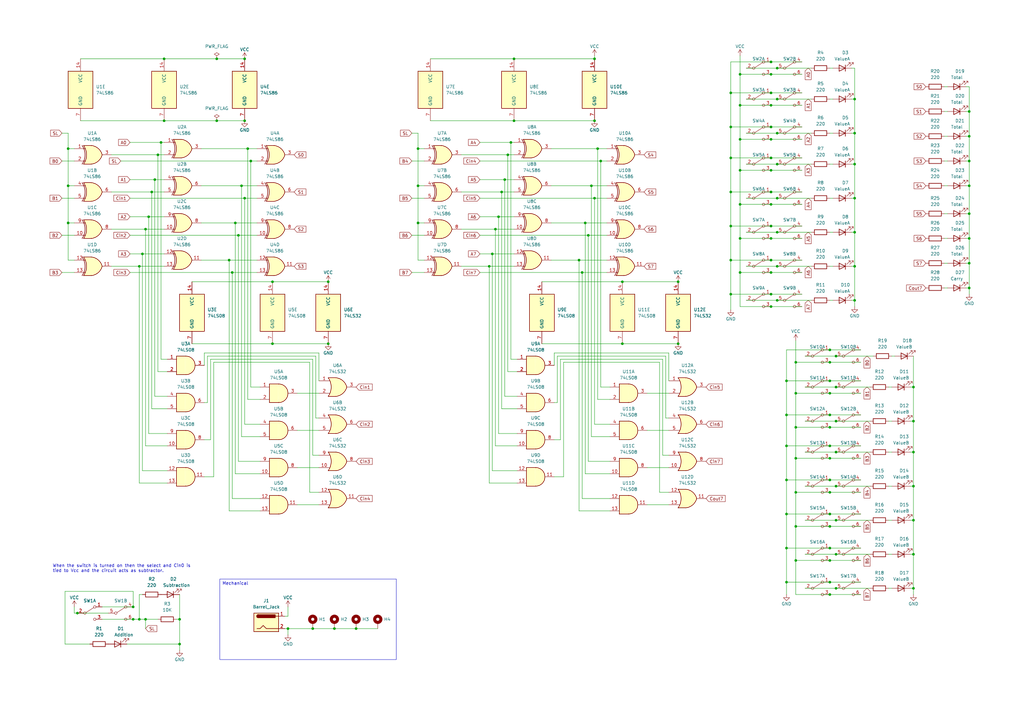
<source format=kicad_sch>
(kicad_sch (version 20231120) (generator "eeschema") (generator_version "8.0")
  (paper "A3")
  (title_block (date "2023-12-30") (rev "V1.0"))
  (junction (at 62.23 78.74))
  (junction (at 303.53 83.82))
  (junction (at 374.65 185.42))
  (junction (at 397.51 107.95))
  (junction (at 99.06 76.2))
  (junction (at 100.33 81.28))
  (junction (at 27.94 60.96))
  (junction (at 350.52 81.28))
  (junction (at 340.36 201.93))
  (junction (at 54.61 248.92))
  (junction (at 111.76 115.57))
  (junction (at 326.39 148.59))
  (junction (at 245.11 60.96))
  (junction (at 240.03 91.44))
  (junction (at 374.65 199.39))
  (junction (at 299.72 106.68))
  (junction (at 318.77 81.28))
  (junction (at 171.45 91.44))
  (junction (at 207.01 73.66))
  (junction (at 299.72 78.74))
  (junction (at 316.23 52.07))
  (junction (at 201.93 104.14))
  (junction (at 322.58 210.82))
  (junction (at 299.72 92.71))
  (junction (at 59.69 93.98))
  (junction (at 322.58 196.85))
  (junction (at 316.23 69.85))
  (junction (at 111.76 140.97))
  (junction (at 146.05 257.81))
  (junction (at 316.23 97.79))
  (junction (at 318.77 67.31))
  (junction (at 340.36 148.59))
  (junction (at 340.36 229.87))
  (junction (at 303.53 43.18))
  (junction (at 137.16 257.81))
  (junction (at 340.36 182.88))
  (junction (at 303.53 57.15))
  (junction (at 322.58 224.79))
  (junction (at 237.49 106.68))
  (junction (at 326.39 229.87))
  (junction (at 350.52 109.22))
  (junction (at 340.36 238.76))
  (junction (at 299.72 64.77))
  (junction (at 318.77 54.61))
  (junction (at 278.13 115.57))
  (junction (at 243.84 24.13))
  (junction (at 100.33 49.53))
  (junction (at 64.77 63.5))
  (junction (at 374.65 172.72))
  (junction (at 303.53 111.76))
  (junction (at 397.51 66.04))
  (junction (at 242.57 76.2))
  (junction (at 374.65 213.36))
  (junction (at 326.39 215.9))
  (junction (at 95.25 111.76))
  (junction (at 303.53 97.79))
  (junction (at 255.27 140.97))
  (junction (at 59.69 254))
  (junction (at 54.61 254))
  (junction (at 350.52 40.64))
  (junction (at 243.84 49.53))
  (junction (at 316.23 78.74))
  (junction (at 318.77 95.25))
  (junction (at 316.23 57.15))
  (junction (at 340.36 170.18))
  (junction (at 128.27 257.81))
  (junction (at 326.39 175.26))
  (junction (at 102.87 66.04))
  (junction (at 316.23 43.18))
  (junction (at 322.58 170.18))
  (junction (at 340.36 224.79))
  (junction (at 88.9 24.13))
  (junction (at 238.76 111.76))
  (junction (at 316.23 125.73))
  (junction (at 31.75 251.46))
  (junction (at 326.39 201.93))
  (junction (at 342.9 146.05))
  (junction (at 208.28 63.5))
  (junction (at 209.55 58.42))
  (junction (at 27.94 91.44))
  (junction (at 340.36 196.85))
  (junction (at 66.04 58.42))
  (junction (at 210.82 24.13))
  (junction (at 397.51 55.88))
  (junction (at 88.9 49.53))
  (junction (at 350.52 67.31))
  (junction (at 342.9 213.36))
  (junction (at 342.9 172.72))
  (junction (at 93.98 106.68))
  (junction (at 243.84 81.28))
  (junction (at 322.58 182.88))
  (junction (at 342.9 227.33))
  (junction (at 316.23 30.48))
  (junction (at 241.3 96.52))
  (junction (at 397.51 97.79))
  (junction (at 200.66 109.22))
  (junction (at 340.36 156.21))
  (junction (at 342.9 158.75))
  (junction (at 340.36 143.51))
  (junction (at 350.52 95.25))
  (junction (at 316.23 92.71))
  (junction (at 73.66 254))
  (junction (at 96.52 91.44))
  (junction (at 316.23 120.65))
  (junction (at 67.31 49.53))
  (junction (at 58.42 104.14))
  (junction (at 299.72 120.65))
  (junction (at 340.36 161.29))
  (junction (at 374.65 158.75))
  (junction (at 342.9 241.3))
  (junction (at 57.15 254))
  (junction (at 318.77 40.64))
  (junction (at 342.9 185.42))
  (junction (at 27.94 76.2))
  (junction (at 340.36 210.82))
  (junction (at 316.23 64.77))
  (junction (at 63.5 73.66))
  (junction (at 57.15 109.22))
  (junction (at 255.27 115.57))
  (junction (at 397.51 45.72))
  (junction (at 340.36 215.9))
  (junction (at 318.77 123.19))
  (junction (at 326.39 161.29))
  (junction (at 316.23 106.68))
  (junction (at 67.31 24.13))
  (junction (at 171.45 76.2))
  (junction (at 97.79 96.52))
  (junction (at 374.65 227.33))
  (junction (at 397.51 118.11))
  (junction (at 278.13 140.97))
  (junction (at 60.96 88.9))
  (junction (at 350.52 54.61))
  (junction (at 203.2 93.98))
  (junction (at 316.23 25.4))
  (junction (at 397.51 76.2))
  (junction (at 303.53 30.48))
  (junction (at 340.36 187.96))
  (junction (at 134.62 115.57))
  (junction (at 171.45 60.96))
  (junction (at 100.33 24.13))
  (junction (at 299.72 38.1))
  (junction (at 299.72 52.07))
  (junction (at 318.77 109.22))
  (junction (at 73.66 264.16))
  (junction (at 303.53 69.85))
  (junction (at 246.38 66.04))
  (junction (at 204.47 88.9))
  (junction (at 322.58 238.76))
  (junction (at 316.23 111.76))
  (junction (at 374.65 241.3))
  (junction (at 101.6 60.96))
  (junction (at 340.36 243.84))
  (junction (at 316.23 83.82))
  (junction (at 316.23 38.1))
  (junction (at 397.51 87.63))
  (junction (at 350.52 123.19))
  (junction (at 318.77 27.94))
  (junction (at 134.62 140.97))
  (junction (at 205.74 78.74))
  (junction (at 118.11 257.81))
  (junction (at 342.9 199.39))
  (junction (at 340.36 175.26))
  (junction (at 210.82 49.53))
  (junction (at 326.39 187.96))
  (junction (at 322.58 156.21))
  (wire (pts (xy 116.84 257.81) (xy 118.11 257.81)))
  (wire (pts (xy 243.84 22.86) (xy 243.84 24.13)))
  (wire (pts (xy 238.76 111.76) (xy 248.92 111.76)))
  (wire (pts (xy 27.94 76.2) (xy 30.48 76.2)))
  (wire (pts (xy 340.36 201.93) (xy 353.06 201.93)))
  (wire (pts (xy 59.69 254) (xy 57.15 254)))
  (wire (pts (xy 52.07 264.16) (xy 73.66 264.16)))
  (wire (pts (xy 306.07 27.94) (xy 318.77 27.94)))
  (wire (pts (xy 26.67 242.57) (xy 54.61 242.57)))
  (wire (pts (xy 53.34 73.66) (xy 63.5 73.66)))
  (wire (pts (xy 130.81 144.78) (xy 130.81 156.21)))
  (wire (pts (xy 330.2 241.3) (xy 342.9 241.3)))
  (wire (pts (xy 350.52 95.25) (xy 350.52 109.22)))
  (wire (pts (xy 316.23 69.85) (xy 328.93 69.85)))
  (wire (pts (xy 340.36 67.31) (xy 341.63 67.31)))
  (wire (pts (xy 374.65 185.42) (xy 374.65 199.39)))
  (wire (pts (xy 326.39 243.84) (xy 340.36 243.84)))
  (wire (pts (xy 316.23 125.73) (xy 328.93 125.73)))
  (wire (pts (xy 340.36 123.19) (xy 341.63 123.19)))
  (wire (pts (xy 316.23 106.68) (xy 328.93 106.68)))
  (wire (pts (xy 299.72 106.68) (xy 316.23 106.68)))
  (wire (pts (xy 72.39 254) (xy 73.66 254)))
  (wire (pts (xy 397.51 66.04) (xy 397.51 76.2)))
  (wire (pts (xy 222.25 140.97) (xy 255.27 140.97)))
  (wire (pts (xy 265.43 176.53) (xy 274.32 176.53)))
  (wire (pts (xy 210.82 24.13) (xy 243.84 24.13)))
  (wire (pts (xy 189.23 109.22) (xy 200.66 109.22)))
  (wire (pts (xy 326.39 201.93) (xy 340.36 201.93)))
  (wire (pts (xy 27.94 106.68) (xy 30.48 106.68)))
  (wire (pts (xy 41.91 248.92) (xy 54.61 248.92)))
  (wire (pts (xy 66.04 147.32) (xy 68.58 147.32)))
  (wire (pts (xy 342.9 227.33) (xy 356.87 227.33)))
  (wire (pts (xy 228.6 165.1) (xy 227.33 165.1)))
  (wire (pts (xy 265.43 191.77) (xy 274.32 191.77)))
  (wire (pts (xy 189.23 63.5) (xy 208.28 63.5)))
  (wire (pts (xy 231.14 148.59) (xy 231.14 195.58)))
  (wire (pts (xy 67.31 49.53) (xy 88.9 49.53)))
  (wire (pts (xy 326.39 229.87) (xy 326.39 243.84)))
  (wire (pts (xy 87.63 148.59) (xy 87.63 195.58)))
  (wire (pts (xy 196.85 88.9) (xy 204.47 88.9)))
  (wire (pts (xy 306.07 54.61) (xy 318.77 54.61)))
  (wire (pts (xy 201.93 104.14) (xy 210.82 104.14)))
  (wire (pts (xy 328.93 120.65) (xy 316.23 120.65)))
  (wire (pts (xy 316.23 57.15) (xy 328.93 57.15)))
  (wire (pts (xy 27.94 91.44) (xy 27.94 106.68)))
  (wire (pts (xy 121.92 161.29) (xy 130.81 161.29)))
  (wire (pts (xy 322.58 210.82) (xy 322.58 224.79)))
  (wire (pts (xy 303.53 111.76) (xy 303.53 125.73)))
  (wire (pts (xy 137.16 257.81) (xy 146.05 257.81)))
  (wire (pts (xy 102.87 66.04) (xy 102.87 158.75)))
  (wire (pts (xy 57.15 109.22) (xy 67.31 109.22)))
  (wire (pts (xy 303.53 57.15) (xy 316.23 57.15)))
  (wire (pts (xy 340.36 161.29) (xy 326.39 161.29)))
  (wire (pts (xy 374.65 158.75) (xy 374.65 172.72)))
  (wire (pts (xy 83.82 144.78) (xy 130.81 144.78)))
  (wire (pts (xy 316.23 83.82) (xy 328.93 83.82)))
  (wire (pts (xy 374.65 146.05) (xy 374.65 158.75)))
  (wire (pts (xy 171.45 91.44) (xy 173.99 91.44)))
  (wire (pts (xy 240.03 194.31) (xy 250.19 194.31)))
  (wire (pts (xy 204.47 177.8) (xy 212.09 177.8)))
  (wire (pts (xy 397.51 107.95) (xy 396.24 107.95)))
  (wire (pts (xy 96.52 91.44) (xy 105.41 91.44)))
  (wire (pts (xy 349.25 40.64) (xy 350.52 40.64)))
  (wire (pts (xy 196.85 73.66) (xy 207.01 73.66)))
  (wire (pts (xy 201.93 193.04) (xy 212.09 193.04)))
  (wire (pts (xy 330.2 172.72) (xy 342.9 172.72)))
  (wire (pts (xy 58.42 193.04) (xy 68.58 193.04)))
  (wire (pts (xy 102.87 66.04) (xy 105.41 66.04)))
  (wire (pts (xy 243.84 81.28) (xy 248.92 81.28)))
  (wire (pts (xy 322.58 182.88) (xy 340.36 182.88)))
  (wire (pts (xy 204.47 88.9) (xy 210.82 88.9)))
  (wire (pts (xy 95.25 204.47) (xy 95.25 111.76)))
  (wire (pts (xy 342.9 199.39) (xy 356.87 199.39)))
  (wire (pts (xy 209.55 147.32) (xy 212.09 147.32)))
  (wire (pts (xy 364.49 227.33) (xy 365.76 227.33)))
  (wire (pts (xy 31.75 251.46) (xy 44.45 251.46)))
  (wire (pts (xy 397.51 35.56) (xy 397.51 45.72)))
  (wire (pts (xy 212.09 198.12) (xy 200.66 198.12)))
  (wire (pts (xy 265.43 207.01) (xy 274.32 207.01)))
  (wire (pts (xy 397.51 55.88) (xy 397.51 66.04)))
  (wire (pts (xy 397.51 107.95) (xy 397.51 118.11)))
  (wire (pts (xy 330.2 199.39) (xy 342.9 199.39)))
  (wire (pts (xy 101.6 163.83) (xy 106.68 163.83)))
  (wire (pts (xy 340.36 229.87) (xy 353.06 229.87)))
  (wire (pts (xy 229.87 147.32) (xy 271.78 147.32)))
  (wire (pts (xy 340.36 238.76) (xy 353.06 238.76)))
  (wire (pts (xy 129.54 146.05) (xy 85.09 146.05)))
  (wire (pts (xy 82.55 106.68) (xy 93.98 106.68)))
  (wire (pts (xy 322.58 143.51) (xy 322.58 156.21)))
  (wire (pts (xy 349.25 109.22) (xy 350.52 109.22)))
  (wire (pts (xy 111.76 115.57) (xy 134.62 115.57)))
  (wire (pts (xy 226.06 91.44) (xy 240.03 91.44)))
  (wire (pts (xy 240.03 91.44) (xy 248.92 91.44)))
  (wire (pts (xy 303.53 43.18) (xy 316.23 43.18)))
  (wire (pts (xy 340.36 215.9) (xy 353.06 215.9)))
  (wire (pts (xy 306.07 123.19) (xy 318.77 123.19)))
  (wire (pts (xy 118.11 252.73) (xy 116.84 252.73)))
  (wire (pts (xy 349.25 95.25) (xy 350.52 95.25)))
  (wire (pts (xy 226.06 76.2) (xy 242.57 76.2)))
  (wire (pts (xy 299.72 52.07) (xy 299.72 38.1)))
  (wire (pts (xy 60.96 88.9) (xy 60.96 177.8)))
  (wire (pts (xy 168.91 81.28) (xy 173.99 81.28)))
  (wire (pts (xy 54.61 242.57) (xy 54.61 248.92)))
  (wire (pts (xy 246.38 66.04) (xy 248.92 66.04)))
  (wire (pts (xy 306.07 109.22) (xy 318.77 109.22)))
  (wire (pts (xy 171.45 106.68) (xy 173.99 106.68)))
  (wire (pts (xy 306.07 95.25) (xy 318.77 95.25)))
  (wire (pts (xy 374.65 241.3) (xy 373.38 241.3)))
  (wire (pts (xy 54.61 254) (xy 57.15 254)))
  (wire (pts (xy 340.36 148.59) (xy 326.39 148.59)))
  (wire (pts (xy 303.53 111.76) (xy 316.23 111.76)))
  (wire (pts (xy 303.53 57.15) (xy 303.53 69.85)))
  (wire (pts (xy 82.55 91.44) (xy 96.52 91.44)))
  (wire (pts (xy 30.48 60.96) (xy 27.94 60.96)))
  (wire (pts (xy 127 148.59) (xy 87.63 148.59)))
  (wire (pts (xy 237.49 209.55) (xy 250.19 209.55)))
  (wire (pts (xy 231.14 195.58) (xy 227.33 195.58)))
  (wire (pts (xy 303.53 83.82) (xy 303.53 97.79)))
  (wire (pts (xy 397.51 45.72) (xy 396.24 45.72)))
  (wire (pts (xy 99.06 179.07) (xy 106.68 179.07)))
  (wire (pts (xy 353.06 148.59) (xy 340.36 148.59)))
  (wire (pts (xy 146.05 257.81) (xy 154.94 257.81)))
  (wire (pts (xy 204.47 88.9) (xy 204.47 177.8)))
  (wire (pts (xy 128.27 186.69) (xy 130.81 186.69)))
  (wire (pts (xy 27.94 54.61) (xy 27.94 60.96)))
  (wire (pts (xy 340.36 156.21) (xy 322.58 156.21)))
  (wire (pts (xy 373.38 213.36) (xy 374.65 213.36)))
  (wire (pts (xy 349.25 54.61) (xy 350.52 54.61)))
  (wire (pts (xy 326.39 148.59) (xy 326.39 161.29)))
  (wire (pts (xy 60.96 88.9) (xy 67.31 88.9)))
  (wire (pts (xy 374.65 199.39) (xy 373.38 199.39)))
  (wire (pts (xy 196.85 58.42) (xy 209.55 58.42)))
  (wire (pts (xy 350.52 123.19) (xy 349.25 123.19)))
  (wire (pts (xy 241.3 189.23) (xy 250.19 189.23)))
  (wire (pts (xy 397.51 120.65) (xy 397.51 118.11)))
  (wire (pts (xy 326.39 215.9) (xy 340.36 215.9)))
  (wire (pts (xy 27.94 60.96) (xy 27.94 76.2)))
  (wire (pts (xy 374.65 241.3) (xy 374.65 243.84)))
  (wire (pts (xy 326.39 215.9) (xy 326.39 229.87)))
  (wire (pts (xy 200.66 109.22) (xy 210.82 109.22)))
  (wire (pts (xy 207.01 73.66) (xy 207.01 162.56)))
  (wire (pts (xy 303.53 69.85) (xy 316.23 69.85)))
  (wire (pts (xy 353.06 161.29) (xy 340.36 161.29)))
  (wire (pts (xy 59.69 257.81) (xy 59.69 254)))
  (wire (pts (xy 340.36 243.84) (xy 353.06 243.84)))
  (wire (pts (xy 397.51 97.79) (xy 397.51 107.95)))
  (wire (pts (xy 53.34 111.76) (xy 95.25 111.76)))
  (wire (pts (xy 58.42 104.14) (xy 67.31 104.14)))
  (wire (pts (xy 318.77 95.25) (xy 332.74 95.25)))
  (wire (pts (xy 271.78 186.69) (xy 274.32 186.69)))
  (wire (pts (xy 322.58 224.79) (xy 322.58 238.76)))
  (wire (pts (xy 128.27 257.81) (xy 137.16 257.81)))
  (wire (pts (xy 397.51 97.79) (xy 396.24 97.79)))
  (wire (pts (xy 237.49 106.68) (xy 248.92 106.68)))
  (wire (pts (xy 364.49 158.75) (xy 365.76 158.75)))
  (wire (pts (xy 245.11 163.83) (xy 250.19 163.83)))
  (wire (pts (xy 129.54 171.45) (xy 129.54 146.05)))
  (wire (pts (xy 316.23 111.76) (xy 328.93 111.76)))
  (wire (pts (xy 318.77 109.22) (xy 332.74 109.22)))
  (wire (pts (xy 25.4 96.52) (xy 30.48 96.52)))
  (wire (pts (xy 62.23 78.74) (xy 62.23 167.64)))
  (wire (pts (xy 226.06 106.68) (xy 237.49 106.68)))
  (wire (pts (xy 340.36 95.25) (xy 341.63 95.25)))
  (wire (pts (xy 118.11 248.92) (xy 118.11 252.73)))
  (wire (pts (xy 250.19 204.47) (xy 238.76 204.47)))
  (wire (pts (xy 387.35 118.11) (xy 388.62 118.11)))
  (wire (pts (xy 93.98 106.68) (xy 93.98 209.55)))
  (wire (pts (xy 299.72 78.74) (xy 316.23 78.74)))
  (wire (pts (xy 189.23 93.98) (xy 203.2 93.98)))
  (wire (pts (xy 209.55 58.42) (xy 209.55 147.32)))
  (wire (pts (xy 228.6 146.05) (xy 228.6 165.1)))
  (wire (pts (xy 316.23 64.77) (xy 328.93 64.77)))
  (wire (pts (xy 189.23 78.74) (xy 205.74 78.74)))
  (wire (pts (xy 397.51 66.04) (xy 396.24 66.04)))
  (wire (pts (xy 245.11 60.96) (xy 245.11 163.83)))
  (wire (pts (xy 30.48 251.46) (xy 31.75 251.46)))
  (wire (pts (xy 316.23 52.07) (xy 328.93 52.07)))
  (wire (pts (xy 63.5 73.66) (xy 63.5 162.56)))
  (wire (pts (xy 364.49 213.36) (xy 365.76 213.36)))
  (wire (pts (xy 64.77 254) (xy 59.69 254)))
  (wire (pts (xy 53.34 81.28) (xy 100.33 81.28)))
  (wire (pts (xy 364.49 241.3) (xy 365.76 241.3)))
  (wire (pts (xy 196.85 104.14) (xy 201.93 104.14)))
  (wire (pts (xy 340.36 182.88) (xy 353.06 182.88)))
  (wire (pts (xy 350.52 40.64) (xy 350.52 54.61)))
  (wire (pts (xy 340.36 81.28) (xy 341.63 81.28)))
  (wire (pts (xy 196.85 111.76) (xy 238.76 111.76)))
  (wire (pts (xy 101.6 60.96) (xy 101.6 163.83)))
  (wire (pts (xy 397.51 76.2) (xy 397.51 87.63)))
  (wire (pts (xy 374.65 227.33) (xy 374.65 241.3)))
  (wire (pts (xy 318.77 123.19) (xy 332.74 123.19)))
  (wire (pts (xy 303.53 125.73) (xy 316.23 125.73)))
  (wire (pts (xy 242.57 76.2) (xy 242.57 179.07)))
  (wire (pts (xy 242.57 179.07) (xy 250.19 179.07)))
  (wire (pts (xy 330.2 146.05) (xy 342.9 146.05)))
  (wire (pts (xy 330.2 185.42) (xy 342.9 185.42)))
  (wire (pts (xy 299.72 120.65) (xy 299.72 127)))
  (wire (pts (xy 100.33 173.99) (xy 106.68 173.99)))
  (wire (pts (xy 387.35 66.04) (xy 388.62 66.04)))
  (wire (pts (xy 53.34 88.9) (xy 60.96 88.9)))
  (wire (pts (xy 322.58 196.85) (xy 322.58 210.82)))
  (wire (pts (xy 171.45 76.2) (xy 173.99 76.2)))
  (wire (pts (xy 318.77 40.64) (xy 332.74 40.64)))
  (wire (pts (xy 171.45 91.44) (xy 171.45 106.68)))
  (wire (pts (xy 330.2 227.33) (xy 342.9 227.33)))
  (wire (pts (xy 322.58 210.82) (xy 340.36 210.82)))
  (wire (pts (xy 350.52 109.22) (xy 350.52 123.19)))
  (wire (pts (xy 168.91 111.76) (xy 173.99 111.76)))
  (wire (pts (xy 340.36 170.18) (xy 322.58 170.18)))
  (wire (pts (xy 93.98 209.55) (xy 106.68 209.55)))
  (wire (pts (xy 96.52 194.31) (xy 106.68 194.31)))
  (wire (pts (xy 303.53 83.82) (xy 316.23 83.82)))
  (wire (pts (xy 85.09 146.05) (xy 85.09 165.1)))
  (wire (pts (xy 25.4 54.61) (xy 27.94 54.61)))
  (wire (pts (xy 78.74 115.57) (xy 111.76 115.57)))
  (wire (pts (xy 212.09 182.88) (xy 203.2 182.88)))
  (wire (pts (xy 397.51 45.72) (xy 397.51 55.88)))
  (wire (pts (xy 318.77 67.31) (xy 332.74 67.31)))
  (wire (pts (xy 63.5 162.56) (xy 68.58 162.56)))
  (wire (pts (xy 374.65 158.75) (xy 373.38 158.75)))
  (wire (pts (xy 322.58 238.76) (xy 340.36 238.76)))
  (wire (pts (xy 326.39 229.87) (xy 340.36 229.87)))
  (wire (pts (xy 209.55 58.42) (xy 210.82 58.42)))
  (wire (pts (xy 342.9 213.36) (xy 356.87 213.36)))
  (wire (pts (xy 374.65 199.39) (xy 374.65 213.36)))
  (wire (pts (xy 82.55 60.96) (xy 101.6 60.96)))
  (wire (pts (xy 353.06 156.21) (xy 340.36 156.21)))
  (wire (pts (xy 86.36 180.34) (xy 86.36 147.32)))
  (wire (pts (xy 238.76 204.47) (xy 238.76 111.76)))
  (wire (pts (xy 237.49 106.68) (xy 237.49 209.55)))
  (wire (pts (xy 49.53 66.04) (xy 102.87 66.04)))
  (wire (pts (xy 340.36 224.79) (xy 353.06 224.79)))
  (wire (pts (xy 27.94 91.44) (xy 30.48 91.44)))
  (wire (pts (xy 316.23 92.71) (xy 328.93 92.71)))
  (wire (pts (xy 322.58 224.79) (xy 340.36 224.79)))
  (wire (pts (xy 64.77 63.5) (xy 67.31 63.5)))
  (wire (pts (xy 387.35 55.88) (xy 388.62 55.88)))
  (wire (pts (xy 342.9 146.05) (xy 358.14 146.05)))
  (wire (pts (xy 340.36 54.61) (xy 341.63 54.61)))
  (wire (pts (xy 33.02 49.53) (xy 67.31 49.53)))
  (wire (pts (xy 173.99 60.96) (xy 171.45 60.96)))
  (wire (pts (xy 41.91 254) (xy 54.61 254)))
  (wire (pts (xy 168.91 66.04) (xy 173.99 66.04)))
  (wire (pts (xy 121.92 176.53) (xy 130.81 176.53)))
  (wire (pts (xy 349.25 27.94) (xy 350.52 27.94)))
  (wire (pts (xy 171.45 76.2) (xy 171.45 91.44)))
  (wire (pts (xy 45.72 63.5) (xy 64.77 63.5)))
  (wire (pts (xy 299.72 38.1) (xy 299.72 25.4)))
  (wire (pts (xy 45.72 78.74) (xy 62.23 78.74)))
  (wire (pts (xy 373.38 227.33) (xy 374.65 227.33)))
  (wire (pts (xy 353.06 187.96) (xy 340.36 187.96)))
  (wire (pts (xy 364.49 172.72) (xy 365.76 172.72)))
  (wire (pts (xy 350.52 67.31) (xy 350.52 81.28)))
  (wire (pts (xy 207.01 162.56) (xy 212.09 162.56)))
  (wire (pts (xy 208.28 63.5) (xy 208.28 152.4)))
  (wire (pts (xy 299.72 25.4) (xy 316.23 25.4)))
  (wire (pts (xy 101.6 60.96) (xy 105.41 60.96)))
  (wire (pts (xy 205.74 78.74) (xy 205.74 167.64)))
  (wire (pts (xy 306.07 81.28) (xy 318.77 81.28)))
  (wire (pts (xy 340.36 175.26) (xy 353.06 175.26)))
  (wire (pts (xy 303.53 30.48) (xy 316.23 30.48)))
  (wire (pts (xy 226.06 60.96) (xy 245.11 60.96)))
  (wire (pts (xy 53.34 96.52) (xy 97.79 96.52)))
  (wire (pts (xy 374.65 172.72) (xy 373.38 172.72)))
  (wire (pts (xy 316.23 38.1) (xy 328.93 38.1)))
  (wire (pts (xy 303.53 97.79) (xy 316.23 97.79)))
  (wire (pts (xy 270.51 201.93) (xy 270.51 148.59)))
  (wire (pts (xy 68.58 182.88) (xy 59.69 182.88)))
  (wire (pts (xy 176.53 49.53) (xy 210.82 49.53)))
  (wire (pts (xy 222.25 115.57) (xy 255.27 115.57)))
  (wire (pts (xy 118.11 257.81) (xy 118.11 260.35)))
  (wire (pts (xy 318.77 27.94) (xy 332.74 27.94)))
  (wire (pts (xy 203.2 93.98) (xy 210.82 93.98)))
  (wire (pts (xy 271.78 147.32) (xy 271.78 186.69)))
  (wire (pts (xy 316.23 25.4) (xy 328.93 25.4)))
  (wire (pts (xy 62.23 78.74) (xy 67.31 78.74)))
  (wire (pts (xy 82.55 76.2) (xy 99.06 76.2)))
  (wire (pts (xy 127 201.93) (xy 127 148.59)))
  (wire (pts (xy 299.72 106.68) (xy 299.72 120.65)))
  (wire (pts (xy 306.07 67.31) (xy 318.77 67.31)))
  (wire (pts (xy 340.36 187.96) (xy 326.39 187.96)))
  (wire (pts (xy 67.31 24.13) (xy 88.9 24.13)))
  (wire (pts (xy 273.05 146.05) (xy 228.6 146.05)))
  (wire (pts (xy 208.28 63.5) (xy 210.82 63.5)))
  (wire (pts (xy 316.23 78.74) (xy 328.93 78.74)))
  (wire (pts (xy 387.35 87.63) (xy 388.62 87.63)))
  (wire (pts (xy 85.09 165.1) (xy 83.82 165.1)))
  (wire (pts (xy 342.9 158.75) (xy 356.87 158.75)))
  (wire (pts (xy 322.58 156.21) (xy 322.58 170.18)))
  (wire (pts (xy 86.36 147.32) (xy 128.27 147.32)))
  (wire (pts (xy 78.74 140.97) (xy 111.76 140.97)))
  (wire (pts (xy 100.33 81.28) (xy 100.33 173.99)))
  (wire (pts (xy 26.67 264.16) (xy 36.83 264.16)))
  (wire (pts (xy 374.65 172.72) (xy 374.65 185.42)))
  (wire (pts (xy 303.53 97.79) (xy 303.53 111.76)))
  (wire (pts (xy 349.25 67.31) (xy 350.52 67.31)))
  (wire (pts (xy 83.82 149.86) (xy 83.82 144.78)))
  (wire (pts (xy 299.72 106.68) (xy 299.72 92.71)))
  (wire (pts (xy 121.92 207.01) (xy 130.81 207.01)))
  (wire (pts (xy 240.03 91.44) (xy 240.03 194.31)))
  (wire (pts (xy 316.23 30.48) (xy 328.93 30.48)))
  (wire (pts (xy 326.39 175.26) (xy 340.36 175.26)))
  (wire (pts (xy 274.32 201.93) (xy 270.51 201.93)))
  (wire (pts (xy 73.66 266.7) (xy 73.66 264.16)))
  (wire (pts (xy 168.91 54.61) (xy 171.45 54.61)))
  (wire (pts (xy 299.72 78.74) (xy 299.72 64.77)))
  (wire (pts (xy 364.49 185.42) (xy 365.76 185.42)))
  (wire (pts (xy 205.74 78.74) (xy 210.82 78.74)))
  (wire (pts (xy 33.02 24.13) (xy 67.31 24.13)))
  (wire (pts (xy 265.43 161.29) (xy 274.32 161.29)))
  (wire (pts (xy 326.39 139.7) (xy 326.39 148.59)))
  (wire (pts (xy 246.38 158.75) (xy 250.19 158.75)))
  (wire (pts (xy 227.33 149.86) (xy 227.33 144.78)))
  (wire (pts (xy 66.04 58.42) (xy 66.04 147.32)))
  (wire (pts (xy 88.9 24.13) (xy 100.33 24.13)))
  (wire (pts (xy 168.91 96.52) (xy 173.99 96.52)))
  (wire (pts (xy 350.52 54.61) (xy 350.52 67.31)))
  (wire (pts (xy 27.94 76.2) (xy 27.94 91.44)))
  (wire (pts (xy 397.51 87.63) (xy 397.51 97.79)))
  (wire (pts (xy 68.58 198.12) (xy 57.15 198.12)))
  (wire (pts (xy 97.79 96.52) (xy 105.41 96.52)))
  (wire (pts (xy 111.76 140.97) (xy 134.62 140.97)))
  (wire (pts (xy 387.35 45.72) (xy 388.62 45.72)))
  (wire (pts (xy 322.58 196.85) (xy 340.36 196.85)))
  (wire (pts (xy 176.53 24.13) (xy 210.82 24.13)))
  (wire (pts (xy 330.2 213.36) (xy 342.9 213.36)))
  (wire (pts (xy 340.36 196.85) (xy 353.06 196.85)))
  (wire (pts (xy 210.82 49.53) (xy 243.84 49.53)))
  (wire (pts (xy 243.84 173.99) (xy 250.19 173.99)))
  (wire (pts (xy 326.39 187.96) (xy 326.39 201.93)))
  (wire (pts (xy 340.36 109.22) (xy 341.63 109.22)))
  (wire (pts (xy 64.77 152.4) (xy 68.58 152.4)))
  (wire (pts (xy 387.35 76.2) (xy 388.62 76.2)))
  (wire (pts (xy 201.93 104.14) (xy 201.93 193.04)))
  (wire (pts (xy 203.2 182.88) (xy 203.2 93.98)))
  (wire (pts (xy 318.77 81.28) (xy 332.74 81.28)))
  (wire (pts (xy 303.53 22.86) (xy 303.53 30.48)))
  (wire (pts (xy 374.65 213.36) (xy 374.65 227.33)))
  (wire (pts (xy 397.51 55.88) (xy 396.24 55.88)))
  (wire (pts (xy 349.25 81.28) (xy 350.52 81.28)))
  (wire (pts (xy 53.34 104.14) (xy 58.42 104.14)))
  (wire (pts (xy 303.53 30.48) (xy 303.53 43.18)))
  (wire (pts (xy 299.72 92.71) (xy 299.72 78.74)))
  (wire (pts (xy 387.35 107.95) (xy 388.62 107.95)))
  (wire (pts (xy 322.58 182.88) (xy 322.58 196.85)))
  (wire (pts (xy 303.53 43.18) (xy 303.53 57.15)))
  (wire (pts (xy 255.27 140.97) (xy 278.13 140.97)))
  (wire (pts (xy 66.04 58.42) (xy 67.31 58.42)))
  (wire (pts (xy 25.4 66.04) (xy 30.48 66.04)))
  (wire (pts (xy 342.9 241.3) (xy 356.87 241.3)))
  (wire (pts (xy 350.52 123.19) (xy 350.52 125.73)))
  (wire (pts (xy 207.01 73.66) (xy 210.82 73.66)))
  (wire (pts (xy 171.45 54.61) (xy 171.45 60.96)))
  (wire (pts (xy 241.3 96.52) (xy 248.92 96.52)))
  (wire (pts (xy 364.49 199.39) (xy 365.76 199.39)))
  (wire (pts (xy 88.9 49.53) (xy 100.33 49.53)))
  (wire (pts (xy 365.76 146.05) (xy 367.03 146.05)))
  (wire (pts (xy 45.72 109.22) (xy 57.15 109.22)))
  (wire (pts (xy 200.66 198.12) (xy 200.66 109.22)))
  (wire (pts (xy 99.06 76.2) (xy 105.41 76.2)))
  (wire (pts (xy 340.36 210.82) (xy 353.06 210.82)))
  (wire (pts (xy 171.45 60.96) (xy 171.45 76.2)))
  (wire (pts (xy 340.36 40.64) (xy 341.63 40.64)))
  (wire (pts (xy 397.51 35.56) (xy 396.24 35.56)))
  (wire (pts (xy 273.05 171.45) (xy 273.05 146.05)))
  (wire (pts (xy 246.38 66.04) (xy 246.38 158.75)))
  (wire (pts (xy 274.32 144.78) (xy 274.32 156.21)))
  (wire (pts (xy 97.79 189.23) (xy 106.68 189.23)))
  (wire (pts (xy 118.11 257.81) (xy 128.27 257.81)))
  (wire (pts (xy 227.33 180.34) (xy 229.87 180.34)))
  (wire (pts (xy 342.9 172.72) (xy 356.87 172.72)))
  (wire (pts (xy 73.66 264.16) (xy 73.66 254)))
  (wire (pts (xy 25.4 81.28) (xy 30.48 81.28)))
  (wire (pts (xy 397.51 76.2) (xy 396.24 76.2)))
  (wire (pts (xy 353.06 170.18) (xy 340.36 170.18)))
  (wire (pts (xy 322.58 143.51) (xy 340.36 143.51)))
  (wire (pts (xy 53.34 58.42) (xy 66.04 58.42)))
  (wire (pts (xy 316.23 43.18) (xy 328.93 43.18)))
  (wire (pts (xy 205.74 167.64) (xy 212.09 167.64)))
  (wire (pts (xy 227.33 144.78) (xy 274.32 144.78)))
  (wire (pts (xy 306.07 40.64) (xy 318.77 40.64)))
  (wire (pts (xy 397.51 118.11) (xy 396.24 118.11)))
  (wire (pts (xy 243.84 81.28) (xy 243.84 173.99)))
  (wire (pts (xy 60.96 177.8) (xy 68.58 177.8)))
  (wire (pts (xy 342.9 185.42) (xy 356.87 185.42)))
  (wire (pts (xy 299.72 64.77) (xy 299.72 52.07)))
  (wire (pts (xy 299.72 120.65) (xy 316.23 120.65)))
  (wire (pts (xy 270.51 148.59) (xy 231.14 148.59)))
  (wire (pts (xy 299.72 52.07) (xy 316.23 52.07)))
  (wire (pts (xy 97.79 96.52) (xy 97.79 189.23)))
  (wire (pts (xy 274.32 171.45) (xy 273.05 171.45)))
  (wire (pts (xy 62.23 167.64) (xy 68.58 167.64)))
  (wire (pts (xy 63.5 73.66) (xy 67.31 73.66)))
  (wire (pts (xy 350.52 27.94) (xy 350.52 40.64)))
  (wire (pts (xy 26.67 264.16) (xy 26.67 242.57)))
  (wire (pts (xy 196.85 81.28) (xy 243.84 81.28)))
  (wire (pts (xy 59.69 182.88) (xy 59.69 93.98)))
  (wire (pts (xy 130.81 171.45) (xy 129.54 171.45)))
  (wire (pts (xy 229.87 180.34) (xy 229.87 147.32)))
  (wire (pts (xy 128.27 147.32) (xy 128.27 186.69)))
  (wire (pts (xy 340.36 27.94) (xy 341.63 27.94)))
  (wire (pts (xy 102.87 158.75) (xy 106.68 158.75)))
  (wire (pts (xy 45.72 93.98) (xy 59.69 93.98)))
  (wire (pts (xy 303.53 69.85) (xy 303.53 83.82)))
  (wire (pts (xy 374.65 185.42) (xy 373.38 185.42)))
  (wire (pts (xy 25.4 111.76) (xy 30.48 111.76)))
  (wire (pts (xy 299.72 92.71) (xy 316.23 92.71)))
  (wire (pts (xy 64.77 63.5) (xy 64.77 152.4)))
  (wire (pts (xy 83.82 180.34) (xy 86.36 180.34)))
  (wire (pts (xy 99.06 76.2) (xy 99.06 179.07)))
  (wire (pts (xy 387.35 35.56) (xy 388.62 35.56)))
  (wire (pts (xy 316.23 97.79) (xy 328.93 97.79)))
  (wire (pts (xy 130.81 201.93) (xy 127 201.93)))
  (wire (pts (xy 208.28 152.4) (xy 212.09 152.4)))
  (wire (pts (xy 93.98 106.68) (xy 105.41 106.68)))
  (wire (pts (xy 322.58 238.76) (xy 322.58 243.84)))
  (wire (pts (xy 57.15 254) (xy 57.15 243.84)))
  (wire (pts (xy 57.15 243.84) (xy 58.42 243.84)))
  (wire (pts (xy 326.39 201.93) (xy 326.39 215.9)))
  (wire (pts (xy 58.42 104.14) (xy 58.42 193.04)))
  (wire (pts (xy 241.3 96.52) (xy 241.3 189.23)))
  (wire (pts (xy 196.85 66.04) (xy 246.38 66.04)))
  (wire (pts (xy 245.11 60.96) (xy 248.92 60.96)))
  (wire (pts (xy 299.72 38.1) (xy 316.23 38.1)))
  (wire (pts (xy 87.63 195.58) (xy 83.82 195.58)))
  (wire (pts (xy 59.69 93.98) (xy 67.31 93.98)))
  (wire (pts (xy 95.25 111.76) (xy 105.41 111.76)))
  (wire (pts (xy 299.72 64.77) (xy 316.23 64.77)))
  (wire (pts (xy 330.2 158.75) (xy 342.9 158.75)))
  (wire (pts (xy 326.39 175.26) (xy 326.39 187.96)))
  (wire (pts (xy 57.15 198.12) (xy 57.15 109.22)))
  (wire (pts (xy 73.66 243.84) (xy 73.66 254)))
  (wire (pts (xy 387.35 97.79) (xy 388.62 97.79)))
  (wire (pts (xy 350.52 81.28) (xy 350.52 95.25)))
  (wire (pts (xy 30.48 248.92) (xy 30.48 251.46)))
  (wire (pts (xy 318.77 54.61) (xy 332.74 54.61)))
  (wire (pts (xy 326.39 161.29) (xy 326.39 175.26)))
  (wire (pts (xy 96.52 91.44) (xy 96.52 194.31)))
  (wire (pts (xy 106.68 204.47) (xy 95.25 204.47)))
  (wire (pts (xy 121.92 191.77) (xy 130.81 191.77)))
  (wire (pts (xy 196.85 96.52) (xy 241.3 96.52)))
  (wire (pts (xy 242.57 76.2) (xy 248.92 76.2)))
  (wire (pts (xy 397.51 87.63) (xy 396.24 87.63)))
  (wire (pts (xy 100.33 81.28) (xy 105.41 81.28)))
  (wire (pts (xy 255.27 115.57) (xy 278.13 115.57)))
  (wire (pts (xy 340.36 143.51) (xy 353.06 143.51)))
  (wire (pts (xy 322.58 170.18) (xy 322.58 182.88)))
  (text_box "Mechanical" (at 90.17 237.49 0) (size 72.39 33.02) (effects (font (size 1.27 1.27)) (justify left top)))
  (text "When the switch is turned on then the select and Cin0 is \ntied to Vcc and the circuit acts as subtractor.\n" (at 21.59 234.95 0) (effects (font (size 1.27 1.27)) (justify left bottom)))
  (global_label "B1" (shape input) (at 25.4 81.28 180) (property "Intersheetrefs" "${INTERSHEET_REFS}" (effects (hide yes))))
  (global_label "S2" (shape input) (at 379.73 55.88 180) (property "Intersheetrefs" "${INTERSHEET_REFS}" (effects (hide yes))))
  (global_label "B6" (shape input) (at 168.91 96.52 180) (property "Intersheetrefs" "${INTERSHEET_REFS}" (effects (hide yes))))
  (global_label "Cin5" (shape input) (at 196.85 81.28 180) (property "Intersheetrefs" "${INTERSHEET_REFS}" (effects (hide yes))))
  (global_label "SL" (shape input) (at 59.69 257.81 0) (property "Intersheetrefs" "${INTERSHEET_REFS}" (effects (hide yes))))
  (global_label "Cin2" (shape input) (at 53.34 96.52 180) (property "Intersheetrefs" "${INTERSHEET_REFS}" (effects (hide yes))))
  (global_label "B0" (shape input) (at 25.4 66.04 180) (property "Intersheetrefs" "${INTERSHEET_REFS}" (effects (hide yes))))
  (global_label "B6" (shape input) (at 355.6 227.33 270) (property "Intersheetrefs" "${INTERSHEET_REFS}" (effects (hide yes))))
  (global_label "B1" (shape input) (at 355.6 158.75 270) (property "Intersheetrefs" "${INTERSHEET_REFS}" (effects (hide yes))))
  (global_label "SL" (shape input) (at 49.53 66.04 180) (property "Intersheetrefs" "${INTERSHEET_REFS}" (effects (hide yes))))
  (global_label "A1" (shape input) (at 331.47 40.64 270) (property "Intersheetrefs" "${INTERSHEET_REFS}" (effects (hide yes))))
  (global_label "Cin4" (shape input) (at 146.05 204.47 0) (property "Intersheetrefs" "${INTERSHEET_REFS}" (effects (hide yes))))
  (global_label "A3" (shape input) (at 53.34 104.14 180) (property "Intersheetrefs" "${INTERSHEET_REFS}" (effects (hide yes))))
  (global_label "A4" (shape input) (at 331.47 81.28 270) (property "Intersheetrefs" "${INTERSHEET_REFS}" (effects (hide yes))))
  (global_label "A5" (shape input) (at 331.47 95.25 270) (property "Intersheetrefs" "${INTERSHEET_REFS}" (effects (hide yes))))
  (global_label "A6" (shape input) (at 196.85 88.9 180) (property "Intersheetrefs" "${INTERSHEET_REFS}" (effects (hide yes))))
  (global_label "A0" (shape input) (at 331.47 27.94 270) (property "Intersheetrefs" "${INTERSHEET_REFS}" (effects (hide yes))))
  (global_label "Cout7" (shape input) (at 379.73 118.11 180) (property "Intersheetrefs" "${INTERSHEET_REFS}" (effects (hide yes))))
  (global_label "B3" (shape input) (at 355.6 185.42 270) (property "Intersheetrefs" "${INTERSHEET_REFS}" (effects (hide yes))))
  (global_label "B5" (shape input) (at 168.91 81.28 180) (property "Intersheetrefs" "${INTERSHEET_REFS}" (effects (hide yes))))
  (global_label "S4" (shape input) (at 379.73 76.2 180) (property "Intersheetrefs" "${INTERSHEET_REFS}" (effects (hide yes))))
  (global_label "S2" (shape input) (at 120.65 93.98 0) (property "Intersheetrefs" "${INTERSHEET_REFS}" (effects (hide yes))))
  (global_label "Cin2" (shape input) (at 146.05 173.99 0) (property "Intersheetrefs" "${INTERSHEET_REFS}" (effects (hide yes))))
  (global_label "S5" (shape input) (at 264.16 78.74 0) (property "Intersheetrefs" "${INTERSHEET_REFS}" (effects (hide yes))))
  (global_label "A2" (shape input) (at 53.34 88.9 180) (property "Intersheetrefs" "${INTERSHEET_REFS}" (effects (hide yes))))
  (global_label "B3" (shape input) (at 25.4 111.76 180) (property "Intersheetrefs" "${INTERSHEET_REFS}" (effects (hide yes))))
  (global_label "B5" (shape input) (at 355.6 213.36 270) (property "Intersheetrefs" "${INTERSHEET_REFS}" (effects (hide yes))))
  (global_label "A0" (shape input) (at 53.34 58.42 180) (property "Intersheetrefs" "${INTERSHEET_REFS}" (effects (hide yes))))
  (global_label "Cin5" (shape input) (at 289.56 158.75 0) (property "Intersheetrefs" "${INTERSHEET_REFS}" (effects (hide yes))))
  (global_label "Cin4" (shape input) (at 196.85 66.04 180) (property "Intersheetrefs" "${INTERSHEET_REFS}" (effects (hide yes))))
  (global_label "Cin3" (shape input) (at 146.05 189.23 0) (property "Intersheetrefs" "${INTERSHEET_REFS}" (effects (hide yes))))
  (global_label "S1" (shape input) (at 379.73 45.72 180) (property "Intersheetrefs" "${INTERSHEET_REFS}" (effects (hide yes))))
  (global_label "SL" (shape input) (at 168.91 54.61 180) (property "Intersheetrefs" "${INTERSHEET_REFS}" (effects (hide yes))))
  (global_label "Cout7" (shape input) (at 289.56 204.47 0) (property "Intersheetrefs" "${INTERSHEET_REFS}" (effects (hide yes))))
  (global_label "Cin1" (shape input) (at 146.05 158.75 0) (property "Intersheetrefs" "${INTERSHEET_REFS}" (effects (hide yes))))
  (global_label "B7" (shape input) (at 355.6 241.3 270) (property "Intersheetrefs" "${INTERSHEET_REFS}" (effects (hide yes))))
  (global_label "Cin6" (shape input) (at 289.56 173.99 0) (property "Intersheetrefs" "${INTERSHEET_REFS}" (effects (hide yes))))
  (global_label "B2" (shape input) (at 25.4 96.52 180) (property "Intersheetrefs" "${INTERSHEET_REFS}" (effects (hide yes))))
  (global_label "A7" (shape input) (at 331.47 123.19 270) (property "Intersheetrefs" "${INTERSHEET_REFS}" (effects (hide yes))))
  (global_label "Cin7" (shape input) (at 289.56 189.23 0) (property "Intersheetrefs" "${INTERSHEET_REFS}" (effects (hide yes))))
  (global_label "S3" (shape input) (at 379.73 66.04 180) (property "Intersheetrefs" "${INTERSHEET_REFS}" (effects (hide yes))))
  (global_label "S6" (shape input) (at 264.16 93.98 0) (property "Intersheetrefs" "${INTERSHEET_REFS}" (effects (hide yes))))
  (global_label "Cin3" (shape input) (at 53.34 111.76 180) (property "Intersheetrefs" "${INTERSHEET_REFS}" (effects (hide yes))))
  (global_label "A5" (shape input) (at 196.85 73.66 180) (property "Intersheetrefs" "${INTERSHEET_REFS}" (effects (hide yes))))
  (global_label "S0" (shape input) (at 120.65 63.5 0) (property "Intersheetrefs" "${INTERSHEET_REFS}" (effects (hide yes))))
  (global_label "B4" (shape input) (at 355.6 199.39 270) (property "Intersheetrefs" "${INTERSHEET_REFS}" (effects (hide yes))))
  (global_label "SL" (shape input) (at 25.4 54.61 180) (property "Intersheetrefs" "${INTERSHEET_REFS}" (effects (hide yes))))
  (global_label "A7" (shape input) (at 196.85 104.14 180) (property "Intersheetrefs" "${INTERSHEET_REFS}" (effects (hide yes))))
  (global_label "Cin1" (shape input) (at 53.34 81.28 180) (property "Intersheetrefs" "${INTERSHEET_REFS}" (effects (hide yes))))
  (global_label "A1" (shape input) (at 53.34 73.66 180) (property "Intersheetrefs" "${INTERSHEET_REFS}" (effects (hide yes))))
  (global_label "S5" (shape input) (at 379.73 87.63 180) (property "Intersheetrefs" "${INTERSHEET_REFS}" (effects (hide yes))))
  (global_label "B0" (shape input) (at 355.6 146.05 270) (property "Intersheetrefs" "${INTERSHEET_REFS}" (effects (hide yes))))
  (global_label "A3" (shape input) (at 331.47 67.31 270) (property "Intersheetrefs" "${INTERSHEET_REFS}" (effects (hide yes))))
  (global_label "A4" (shape input) (at 196.85 58.42 180) (property "Intersheetrefs" "${INTERSHEET_REFS}" (effects (hide yes))))
  (global_label "B4" (shape input) (at 168.91 66.04 180) (property "Intersheetrefs" "${INTERSHEET_REFS}" (effects (hide yes))))
  (global_label "Cin6" (shape input) (at 196.85 96.52 180) (property "Intersheetrefs" "${INTERSHEET_REFS}" (effects (hide yes))))
  (global_label "B7" (shape input) (at 168.91 111.76 180) (property "Intersheetrefs" "${INTERSHEET_REFS}" (effects (hide yes))))
  (global_label "S1" (shape input) (at 120.65 78.74 0) (property "Intersheetrefs" "${INTERSHEET_REFS}" (effects (hide yes))))
  (global_label "A2" (shape input) (at 331.47 54.61 270) (property "Intersheetrefs" "${INTERSHEET_REFS}" (effects (hide yes))))
  (global_label "S0" (shape input) (at 379.73 35.56 180) (property "Intersheetrefs" "${INTERSHEET_REFS}" (effects (hide yes))))
  (global_label "S7" (shape input) (at 379.73 107.95 180) (property "Intersheetrefs" "${INTERSHEET_REFS}" (effects (hide yes))))
  (global_label "B2" (shape input) (at 355.6 172.72 270) (property "Intersheetrefs" "${INTERSHEET_REFS}" (effects (hide yes))))
  (global_label "S7" (shape input) (at 264.16 109.22 0) (property "Intersheetrefs" "${INTERSHEET_REFS}" (effects (hide yes))))
  (global_label "Cin7" (shape input) (at 196.85 111.76 180) (property "Intersheetrefs" "${INTERSHEET_REFS}" (effects (hide yes))))
  (global_label "S3" (shape input) (at 120.65 109.22 0) (property "Intersheetrefs" "${INTERSHEET_REFS}" (effects (hide yes))))
  (global_label "S4" (shape input) (at 264.16 63.5 0) (property "Intersheetrefs" "${INTERSHEET_REFS}" (effects (hide yes))))
  (global_label "S6" (shape input) (at 379.73 97.79 180) (property "Intersheetrefs" "${INTERSHEET_REFS}" (effects (hide yes))))
  (global_label "A6" (shape input) (at 331.47 109.22 270) (property "Intersheetrefs" "${INTERSHEET_REFS}" (effects (hide yes))))
  (symbol (lib_id "Mechanical:MountingHole_Pad") (at 146.05 255.27 0) (unit 1) (exclude_from_sim yes) (in_bom no)
    (property "Reference" "H3" (at 148.59 253.9999 0) (effects (justify left)))
    (property "Value" "MountingHole_Pad" (effects (hide yes)))
    (property "Footprint" "MountingHole:MountingHole_3mm_Pad" (effects (hide yes)))
    (property "Description" "Mounting Hole with connection" (effects (hide yes)))
  )
  (symbol (lib_id "Device:R") (at 383.54 35.56 90) (unit 1)
    (property "Reference" "R20" (at 383.54 29.21 90))
    (property "Value" "220" (at 383.54 31.75 90))
    (property "Footprint" "Resistor_THT:R_Axial_DIN0207_L6.3mm_D2.5mm_P7.62mm_Horizontal" (effects (hide yes)))
  )
  (symbol (lib_id "Switch:SW_DPDT_x2") (at 311.15 54.61 0) (unit 1)
    (property "Reference" "SW4" (at 311.15 49.53 0))
    (property "Value" "SW_DPDT_x2" (effects (hide yes)))
    (property "Footprint" "ddpt:SWITCH_S20203" (effects (hide yes)))
  )
  (symbol (lib_id "power:GND") (at 374.65 243.84 0) (unit 1)
    (property "Reference" "#PWR018" (effects (hide yes)))
    (property "Value" "GND" (at 374.65 247.65 0))
  )
  (symbol (lib_id "Switch:SW_DPDT_x2") (at 335.28 172.72 0) (unit 1)
    (property "Reference" "SW12" (at 335.28 167.64 0))
    (property "Value" "SW_DPDT_x2" (effects (hide yes)))
    (property "Footprint" "ddpt:SWITCH_S20203" (effects (hide yes)))
  )
  (symbol (lib_id "Switch:SW_DPDT_x2") (at 311.15 67.31 0) (unit 1)
    (property "Reference" "SW5" (at 311.15 63.5 0))
    (property "Value" "SW_DPDT_x2" (effects (hide yes)))
    (property "Footprint" "ddpt:SWITCH_S20203" (effects (hide yes)))
  )
  (symbol (lib_id "Switch:SW_DPDT_x2") (at 335.28 199.39 0) (unit 1)
    (property "Reference" "SW14" (at 335.28 195.58 0))
    (property "Value" "SW_DPDT_x2" (effects (hide yes)))
    (property "Footprint" "ddpt:SWITCH_S20203" (effects (hide yes)))
  )
  (symbol (lib_id "Switch:SW_DPDT_x2") (at 335.28 227.33 0) (unit 1)
    (property "Reference" "SW16" (at 335.28 222.25 0))
    (property "Value" "SW_DPDT_x2" (effects (hide yes)))
    (property "Footprint" "ddpt:SWITCH_S20203" (effects (hide yes)))
  )
  (symbol (lib_id "Device:R") (at 336.55 40.64 90) (unit 1)
    (property "Reference" "R5" (at 336.55 34.29 90))
    (property "Value" "220" (at 336.55 36.83 90))
    (property "Footprint" "Resistor_THT:R_Axial_DIN0207_L6.3mm_D2.5mm_P7.62mm_Horizontal" (effects (hide yes)))
  )
  (symbol (lib_id "Device:LED") (at 369.57 227.33 180) (unit 1)
    (property "Reference" "D16" (at 370.84 220.98 0))
    (property "Value" "ValueB" (at 369.57 223.52 0))
    (property "Footprint" "LED_THT:LED_D3.0mm" (effects (hide yes)))
  )
  (symbol (lib_id "Switch:SW_DPDT_x2") (at 323.85 95.25 0) (unit 2)
    (property "Reference" "SW7" (at 323.85 90.17 0))
    (property "Value" "SW_DPDT_x2" (effects (hide yes)))
    (property "Footprint" "ddpt:SWITCH_S20203" (effects (hide yes)))
  )
  (symbol (lib_id "Device:R") (at 360.68 172.72 90) (unit 1)
    (property "Reference" "R13" (at 360.68 166.37 90))
    (property "Value" "220" (at 360.68 168.91 90))
    (property "Footprint" "Resistor_THT:R_Axial_DIN0207_L6.3mm_D2.5mm_P7.62mm_Horizontal" (effects (hide yes)))
  )
  (symbol (lib_id "power:VCC") (at 134.62 115.57 0) (unit 1)
    (property "Reference" "#PWR07" (effects (hide yes)))
    (property "Value" "VCC" (at 134.62 111.76 0))
  )
  (symbol (lib_id "Switch:SW_DPDT_x2") (at 323.85 40.64 0) (unit 2)
    (property "Reference" "SW3" (at 323.85 36.83 0))
    (property "Value" "SW_DPDT_x2" (effects (hide yes)))
    (property "Footprint" "ddpt:SWITCH_S20203" (effects (hide yes)))
  )
  (symbol (lib_id "74xx:74LS08") (at 257.81 161.29 0) (unit 1)
    (property "Reference" "U11" (at 257.8017 152.4 0))
    (property "Value" "74LS08" (at 257.8017 154.94 0))
    (property "Footprint" "Package_DIP:DIP-14_W7.62mm" (effects (hide yes)))
    (property "Datasheet" "http://www.ti.com/lit/gpn/sn74LS08" (effects (hide yes)))
  )
  (symbol (lib_id "74xx:74LS86") (at 176.53 36.83 0) (unit 5)
    (property "Reference" "U7" (at 182.88 35.56 0) (effects (justify left)))
    (property "Value" "74LS86" (at 182.88 38.1 0) (effects (justify left)))
    (property "Footprint" "Package_DIP:DIP-14_W7.62mm" (effects (hide yes)))
    (property "Datasheet" "74xx/74ls86.pdf" (effects (hide yes)))
  )
  (symbol (lib_id "74xx:74LS32") (at 134.62 128.27 0) (unit 5)
    (property "Reference" "U6" (at 140.97 127 0) (effects (justify left)))
    (property "Value" "74LS32" (at 140.97 129.54 0) (effects (justify left)))
    (property "Footprint" "Package_DIP:DIP-14_W7.62mm" (effects (hide yes)))
    (property "Datasheet" "http://www.ti.com/lit/gpn/sn74LS32" (effects (hide yes)))
  )
  (symbol (lib_id "Device:LED") (at 392.43 87.63 180) (unit 1)
    (property "Reference" "D24" (at 393.7 81.28 0))
    (property "Value" "Total" (at 392.43 83.82 0))
    (property "Footprint" "LED_THT:LED_D3.0mm" (effects (hide yes)))
  )
  (symbol (lib_id "74xx:74LS86") (at 243.84 36.83 0) (unit 5)
    (property "Reference" "U10" (at 250.19 35.56 0) (effects (justify left)))
    (property "Value" "74LS86" (at 250.19 38.1 0) (effects (justify left)))
    (property "Footprint" "Package_DIP:DIP-14_W7.62mm" (effects (hide yes)))
    (property "Datasheet" "74xx/74ls86.pdf" (effects (hide yes)))
  )
  (symbol (lib_id "Device:LED") (at 392.43 107.95 180) (unit 1)
    (property "Reference" "D26" (at 393.7 101.6 0))
    (property "Value" "Total" (at 392.43 104.14 0))
    (property "Footprint" "LED_THT:LED_D3.0mm" (effects (hide yes)))
  )
  (symbol (lib_id "Switch:SW_DPDT_x2") (at 347.98 158.75 0) (unit 2)
    (property "Reference" "SW11" (at 347.98 154.94 0))
    (property "Value" "SW_DPDT_x2" (effects (hide yes)))
    (property "Footprint" "ddpt:SWITCH_S20203" (effects (hide yes)))
  )
  (symbol (lib_id "74xx:74LS86") (at 218.44 106.68 0) (unit 4)
    (property "Reference" "U8" (at 218.1352 97.79 0))
    (property "Value" "74LS86" (at 218.1352 100.33 0))
    (property "Footprint" "Package_DIP:DIP-14_W7.62mm" (effects (hide yes)))
    (property "Datasheet" "74xx/74ls86.pdf" (effects (hide yes)))
  )
  (symbol (lib_id "Device:R") (at 383.54 76.2 90) (unit 1)
    (property "Reference" "R24" (at 383.54 69.85 90))
    (property "Value" "220" (at 383.54 72.39 90))
    (property "Footprint" "Resistor_THT:R_Axial_DIN0207_L6.3mm_D2.5mm_P7.62mm_Horizontal" (effects (hide yes)))
  )
  (symbol (lib_id "Device:R") (at 360.68 213.36 90) (unit 1)
    (property "Reference" "R16" (at 360.68 207.01 90))
    (property "Value" "220" (at 360.68 209.55 90))
    (property "Footprint" "Resistor_THT:R_Axial_DIN0207_L6.3mm_D2.5mm_P7.62mm_Horizontal" (effects (hide yes)))
  )
  (symbol (lib_id "74xx:74LS86") (at 113.03 109.22 0) (unit 4)
    (property "Reference" "U4" (at 112.7252 100.33 0))
    (property "Value" "74LS86" (at 112.7252 102.87 0))
    (property "Footprint" "Package_DIP:DIP-14_W7.62mm" (effects (hide yes)))
    (property "Datasheet" "74xx/74ls86.pdf" (effects (hide yes)))
  )
  (symbol (lib_id "74xx:74LS08") (at 114.3 161.29 0) (unit 1)
    (property "Reference" "U5" (at 114.2917 152.4 0))
    (property "Value" "74LS08" (at 114.2917 154.94 0))
    (property "Footprint" "Package_DIP:DIP-14_W7.62mm" (effects (hide yes)))
    (property "Datasheet" "http://www.ti.com/lit/gpn/sn74LS08" (effects (hide yes)))
  )
  (symbol (lib_id "power:GND") (at 322.58 243.84 0) (unit 1)
    (property "Reference" "#PWR015" (effects (hide yes)))
    (property "Value" "GND" (at 322.58 247.65 0))
  )
  (symbol (lib_id "74xx:74LS86") (at 74.93 106.68 0) (unit 4)
    (property "Reference" "U2" (at 74.6252 97.79 0))
    (property "Value" "74LS86" (at 74.6252 100.33 0))
    (property "Footprint" "Package_DIP:DIP-14_W7.62mm" (effects (hide yes)))
    (property "Datasheet" "74xx/74ls86.pdf" (effects (hide yes)))
  )
  (symbol (lib_id "74xx:74LS08") (at 257.81 207.01 0) (unit 4)
    (property "Reference" "U11" (at 257.8017 198.12 0))
    (property "Value" "74LS08" (at 257.8017 200.66 0))
    (property "Footprint" "Package_DIP:DIP-14_W7.62mm" (effects (hide yes)))
    (property "Datasheet" "http://www.ti.com/lit/gpn/sn74LS08" (effects (hide yes)))
  )
  (symbol (lib_id "74xx:74LS32") (at 138.43 204.47 0) (unit 4)
    (property "Reference" "U6" (at 138.43 195.58 0))
    (property "Value" "74LS32" (at 138.43 198.12 0))
    (property "Footprint" "Package_DIP:DIP-14_W7.62mm" (effects (hide yes)))
    (property "Datasheet" "http://www.ti.com/lit/gpn/sn74LS32" (effects (hide yes)))
  )
  (symbol (lib_id "Device:R") (at 336.55 123.19 90) (unit 1)
    (property "Reference" "R11" (at 336.55 116.84 90))
    (property "Value" "220" (at 336.55 119.38 90))
    (property "Footprint" "Resistor_THT:R_Axial_DIN0207_L6.3mm_D2.5mm_P7.62mm_Horizontal" (effects (hide yes)))
  )
  (symbol (lib_id "power:GND") (at 243.84 49.53 0) (unit 1)
    (property "Reference" "#PWR010" (effects (hide yes)))
    (property "Value" "GND" (at 243.84 53.34 0))
  )
  (symbol (lib_id "Switch:SW_DPDT_x2") (at 323.85 67.31 0) (unit 2)
    (property "Reference" "SW5" (at 323.85 63.5 0))
    (property "Value" "SW_DPDT_x2" (effects (hide yes)))
    (property "Footprint" "ddpt:SWITCH_S20203" (effects (hide yes)))
  )
  (symbol (lib_id "Device:R") (at 360.68 227.33 90) (unit 1)
    (property "Reference" "R17" (at 360.68 220.98 90))
    (property "Value" "220" (at 360.68 223.52 90))
    (property "Footprint" "Resistor_THT:R_Axial_DIN0207_L6.3mm_D2.5mm_P7.62mm_Horizontal" (effects (hide yes)))
  )
  (symbol (lib_id "power:GND") (at 278.13 140.97 0) (unit 1)
    (property "Reference" "#PWR012" (effects (hide yes)))
    (property "Value" "GND" (at 278.13 144.78 0))
  )
  (symbol (lib_id "74xx:74LS86") (at 113.03 63.5 0) (unit 1)
    (property "Reference" "U4" (at 112.7252 54.61 0))
    (property "Value" "74LS86" (at 112.7252 57.15 0))
    (property "Footprint" "Package_DIP:DIP-14_W7.62mm" (effects (hide yes)))
    (property "Datasheet" "74xx/74ls86.pdf" (effects (hide yes)))
  )
  (symbol (lib_id "Switch:SW_DPDT_x2") (at 347.98 227.33 0) (unit 2)
    (property "Reference" "SW16" (at 347.98 222.25 0))
    (property "Value" "SW_DPDT_x2" (effects (hide yes)))
    (property "Footprint" "ddpt:SWITCH_S20203" (effects (hide yes)))
  )
  (symbol (lib_id "power:VCC") (at 118.11 248.92 0) (unit 1)
    (property "Reference" "#PWR05" (effects (hide yes)))
    (property "Value" "VCC" (at 118.11 245.11 0))
  )
  (symbol (lib_id "74xx:74LS86") (at 74.93 91.44 0) (unit 3)
    (property "Reference" "U2" (at 74.6252 82.55 0))
    (property "Value" "74LS86" (at 74.6252 85.09 0))
    (property "Footprint" "Package_DIP:DIP-14_W7.62mm" (effects (hide yes)))
    (property "Datasheet" "74xx/74ls86.pdf" (effects (hide yes)))
  )
  (symbol (lib_id "Device:LED") (at 345.44 27.94 180) (unit 1)
    (property "Reference" "D3" (at 346.71 21.59 0))
    (property "Value" "ValueA" (at 345.44 24.13 0))
    (property "Footprint" "LED_THT:LED_D3.0mm" (effects (hide yes)))
  )
  (symbol (lib_id "74xx:74LS86") (at 181.61 109.22 0) (unit 4)
    (property "Reference" "U7" (at 181.3052 100.33 0))
    (property "Value" "74LS86" (at 181.3052 102.87 0))
    (property "Footprint" "Package_DIP:DIP-14_W7.62mm" (effects (hide yes)))
    (property "Datasheet" "74xx/74ls86.pdf" (effects (hide yes)))
  )
  (symbol (lib_id "power:GND") (at 397.51 120.65 0) (unit 1)
    (property "Reference" "#PWR019" (effects (hide yes)))
    (property "Value" "GND" (at 397.51 124.46 0))
  )
  (symbol (lib_id "74xx:74LS08") (at 76.2 195.58 0) (unit 4)
    (property "Reference" "U3" (at 76.1917 186.69 0))
    (property "Value" "74LS08" (at 76.1917 189.23 0))
    (property "Footprint" "Package_DIP:DIP-14_W7.62mm" (effects (hide yes)))
    (property "Datasheet" "http://www.ti.com/lit/gpn/sn74LS08" (effects (hide yes)))
  )
  (symbol (lib_id "74xx:74LS86") (at 181.61 93.98 0) (unit 3)
    (property "Reference" "U7" (at 181.3052 85.09 0))
    (property "Value" "74LS86" (at 181.3052 87.63 0))
    (property "Footprint" "Package_DIP:DIP-14_W7.62mm" (effects (hide yes)))
    (property "Datasheet" "74xx/74ls86.pdf" (effects (hide yes)))
  )
  (symbol (lib_id "74xx:74LS86") (at 256.54 93.98 0) (unit 3)
    (property "Reference" "U10" (at 256.2352 85.09 0))
    (property "Value" "74LS86" (at 256.2352 87.63 0))
    (property "Footprint" "Package_DIP:DIP-14_W7.62mm" (effects (hide yes)))
    (property "Datasheet" "74xx/74ls86.pdf" (effects (hide yes)))
  )
  (symbol (lib_id "Switch:SW_DPDT_x2") (at 323.85 109.22 0) (unit 2)
    (property "Reference" "SW8" (at 323.85 104.14 0))
    (property "Value" "SW_DPDT_x2" (effects (hide yes)))
    (property "Footprint" "ddpt:SWITCH_S20203" (effects (hide yes)))
  )
  (symbol (lib_id "74xx:74LS08") (at 76.2 149.86 0) (unit 1)
    (property "Reference" "U3" (at 76.1917 140.97 0))
    (property "Value" "74LS08" (at 76.1917 143.51 0))
    (property "Footprint" "Package_DIP:DIP-14_W7.62mm" (effects (hide yes)))
    (property "Datasheet" "http://www.ti.com/lit/gpn/sn74LS08" (effects (hide yes)))
  )
  (symbol (lib_id "74xx:74LS32") (at 281.94 173.99 0) (unit 2)
    (property "Reference" "U12" (at 281.94 165.1 0))
    (property "Value" "74LS32" (at 281.94 167.64 0))
    (property "Footprint" "Package_DIP:DIP-14_W7.62mm" (effects (hide yes)))
    (property "Datasheet" "http://www.ti.com/lit/gpn/sn74LS32" (effects (hide yes)))
  )
  (symbol (lib_id "Switch:SW_DPDT_x2") (at 311.15 81.28 0) (unit 1)
    (property "Reference" "SW6" (at 311.15 77.47 0))
    (property "Value" "SW_DPDT_x2" (effects (hide yes)))
    (property "Footprint" "ddpt:SWITCH_S20203" (effects (hide yes)))
  )
  (symbol (lib_id "Device:R") (at 383.54 55.88 90) (unit 1)
    (property "Reference" "R22" (at 383.54 49.53 90))
    (property "Value" "220" (at 383.54 52.07 90))
    (property "Footprint" "Resistor_THT:R_Axial_DIN0207_L6.3mm_D2.5mm_P7.62mm_Horizontal" (effects (hide yes)))
  )
  (symbol (lib_id "Device:LED") (at 369.57 241.3 180) (unit 1)
    (property "Reference" "D17" (at 370.84 234.95 0))
    (property "Value" "ValueB" (at 369.57 237.49 0))
    (property "Footprint" "LED_THT:LED_D3.0mm" (effects (hide yes)))
  )
  (symbol (lib_id "74xx:74LS86") (at 38.1 63.5 0) (unit 1)
    (property "Reference" "U1" (at 37.7952 54.61 0))
    (property "Value" "74LS86" (at 37.7952 57.15 0))
    (property "Footprint" "Package_DIP:DIP-14_W7.62mm" (effects (hide yes)))
    (property "Datasheet" "74xx/74ls86.pdf" (effects (hide yes)))
  )
  (symbol (lib_id "74xx:74LS08") (at 78.74 128.27 0) (unit 5)
    (property "Reference" "U3" (at 85.09 127 0) (effects (justify left)))
    (property "Value" "74LS08" (at 85.09 129.54 0) (effects (justify left)))
    (property "Footprint" "Package_DIP:DIP-14_W7.62mm" (effects (hide yes)))
    (property "Datasheet" "http://www.ti.com/lit/gpn/sn74LS08" (effects (hide yes)))
  )
  (symbol (lib_id "74xx:74LS08") (at 114.3 207.01 0) (unit 4)
    (property "Reference" "U5" (at 114.2917 198.12 0))
    (property "Value" "74LS08" (at 114.2917 200.66 0))
    (property "Footprint" "Package_DIP:DIP-14_W7.62mm" (effects (hide yes)))
    (property "Datasheet" "http://www.ti.com/lit/gpn/sn74LS08" (effects (hide yes)))
  )
  (symbol (lib_id "Device:R") (at 360.68 185.42 90) (unit 1)
    (property "Reference" "R14" (at 360.68 179.07 90))
    (property "Value" "220" (at 360.68 181.61 90))
    (property "Footprint" "Resistor_THT:R_Axial_DIN0207_L6.3mm_D2.5mm_P7.62mm_Horizontal" (effects (hide yes)))
  )
  (symbol (lib_id "Device:R") (at 336.55 109.22 90) (unit 1)
    (property "Reference" "R10" (at 336.55 102.87 90))
    (property "Value" "220" (at 336.55 105.41 90))
    (property "Footprint" "Resistor_THT:R_Axial_DIN0207_L6.3mm_D2.5mm_P7.62mm_Horizontal" (effects (hide yes)))
  )
  (symbol (lib_id "74xx:74LS86") (at 181.61 78.74 0) (unit 2)
    (property "Reference" "U7" (at 181.3052 69.85 0))
    (property "Value" "74LS86" (at 181.3052 72.39 0))
    (property "Footprint" "Package_DIP:DIP-14_W7.62mm" (effects (hide yes)))
    (property "Datasheet" "74xx/74ls86.pdf" (effects (hide yes)))
  )
  (symbol (lib_id "power:GND") (at 350.52 125.73 0) (unit 1)
    (property "Reference" "#PWR017" (effects (hide yes)))
    (property "Value" "GND" (at 350.52 129.54 0))
  )
  (symbol (lib_id "74xx:74LS08") (at 76.2 165.1 0) (unit 2)
    (property "Reference" "U3" (at 76.1917 156.21 0))
    (property "Value" "74LS08" (at 76.1917 158.75 0))
    (property "Footprint" "Package_DIP:DIP-14_W7.62mm" (effects (hide yes)))
    (property "Datasheet" "http://www.ti.com/lit/gpn/sn74LS08" (effects (hide yes)))
  )
  (symbol (lib_id "Switch:SW_DPDT_x2") (at 347.98 146.05 0) (unit 2)
    (property "Reference" "SW10" (at 347.98 142.24 0))
    (property "Value" "SW_DPDT_x2" (effects (hide yes)))
    (property "Footprint" "ddpt:SWITCH_S20203" (effects (hide yes)))
  )
  (symbol (lib_id "power:VCC") (at 243.84 22.86 0) (unit 1)
    (property "Reference" "#PWR09" (effects (hide yes)))
    (property "Value" "VCC" (at 243.84 19.05 0))
  )
  (symbol (lib_id "Device:R") (at 383.54 107.95 90) (unit 1)
    (property "Reference" "R27" (at 383.54 101.6 90))
    (property "Value" "220" (at 383.54 104.14 90))
    (property "Footprint" "Resistor_THT:R_Axial_DIN0207_L6.3mm_D2.5mm_P7.62mm_Horizontal" (effects (hide yes)))
  )
  (symbol (lib_id "74xx:74LS86") (at 218.44 60.96 0) (unit 1)
    (property "Reference" "U8" (at 218.1352 52.07 0))
    (property "Value" "74LS86" (at 218.1352 54.61 0))
    (property "Footprint" "Package_DIP:DIP-14_W7.62mm" (effects (hide yes)))
    (property "Datasheet" "74xx/74ls86.pdf" (effects (hide yes)))
  )
  (symbol (lib_id "74xx:74LS32") (at 281.94 158.75 0) (unit 1)
    (property "Reference" "U12" (at 281.94 149.86 0))
    (property "Value" "74LS32" (at 281.94 152.4 0))
    (property "Footprint" "Package_DIP:DIP-14_W7.62mm" (effects (hide yes)))
    (property "Datasheet" "http://www.ti.com/lit/gpn/sn74LS32" (effects (hide yes)))
  )
  (symbol (lib_id "power:VCC") (at 30.48 248.92 0) (unit 1)
    (property "Reference" "#PWR01" (effects (hide yes)))
    (property "Value" "VCC" (at 30.48 245.11 0))
  )
  (symbol (lib_id "74xx:74LS86") (at 113.03 93.98 0) (unit 3)
    (property "Reference" "U4" (at 112.7252 85.09 0))
    (property "Value" "74LS86" (at 112.7252 87.63 0))
    (property "Footprint" "Package_DIP:DIP-14_W7.62mm" (effects (hide yes)))
    (property "Datasheet" "74xx/74ls86.pdf" (effects (hide yes)))
  )
  (symbol (lib_id "Switch:SW_DPDT_x2") (at 49.53 251.46 0) (unit 2)
    (property "Reference" "SW1" (at 49.53 246.38 0))
    (property "Value" "SW_DPDT_x2" (effects (hide yes)))
    (property "Footprint" "ddpt:SWITCH_S20203" (effects (hide yes)))
  )
  (symbol (lib_id "74xx:74LS08") (at 114.3 191.77 0) (unit 3)
    (property "Reference" "U5" (at 114.2917 182.88 0))
    (property "Value" "74LS08" (at 114.2917 185.42 0))
    (property "Footprint" "Package_DIP:DIP-14_W7.62mm" (effects (hide yes)))
    (property "Datasheet" "http://www.ti.com/lit/gpn/sn74LS08" (effects (hide yes)))
  )
  (symbol (lib_id "Device:LED") (at 345.44 123.19 180) (unit 1)
    (property "Reference" "D10" (at 346.71 116.84 0))
    (property "Value" "ValueA" (at 345.44 119.38 0))
    (property "Footprint" "LED_THT:LED_D3.0mm" (effects (hide yes)))
  )
  (symbol (lib_id "power:GND") (at 134.62 140.97 0) (unit 1)
    (property "Reference" "#PWR08" (effects (hide yes)))
    (property "Value" "GND" (at 134.62 144.78 0))
  )
  (symbol (lib_id "74xx:74LS08") (at 219.71 180.34 0) (unit 3)
    (property "Reference" "U9" (at 219.7017 171.45 0))
    (property "Value" "74LS08" (at 219.7017 173.99 0))
    (property "Footprint" "Package_DIP:DIP-14_W7.62mm" (effects (hide yes)))
    (property "Datasheet" "http://www.ti.com/lit/gpn/sn74LS08" (effects (hide yes)))
  )
  (symbol (lib_id "Switch:SW_DPDT_x2") (at 311.15 95.25 0) (unit 1)
    (property "Reference" "SW7" (at 311.15 90.17 0))
    (property "Value" "SW_DPDT_x2" (effects (hide yes)))
    (property "Footprint" "ddpt:SWITCH_S20203" (effects (hide yes)))
  )
  (symbol (lib_id "74xx:74LS86") (at 100.33 36.83 0) (unit 5)
    (property "Reference" "U4" (at 106.68 35.56 0) (effects (justify left)))
    (property "Value" "74LS86" (at 106.68 38.1 0) (effects (justify left)))
    (property "Footprint" "Package_DIP:DIP-14_W7.62mm" (effects (hide yes)))
    (property "Datasheet" "74xx/74ls86.pdf" (effects (hide yes)))
  )
  (symbol (lib_id "Device:LED") (at 392.43 35.56 180) (unit 1)
    (property "Reference" "D19" (at 393.7 29.21 0))
    (property "Value" "Total" (at 392.43 31.75 0))
    (property "Footprint" "LED_THT:LED_D3.0mm" (effects (hide yes)))
  )
  (symbol (lib_id "Device:LED") (at 48.26 264.16 180) (unit 1)
    (property "Reference" "D1" (at 49.53 257.81 0))
    (property "Value" "Addition" (at 50.8 260.35 0))
    (property "Footprint" "LED_THT:LED_D3.0mm" (effects (hide yes)))
  )
  (symbol (lib_id "74xx:74LS86") (at 33.02 36.83 0) (unit 5)
    (property "Reference" "U1" (at 39.37 35.56 0) (effects (justify left)))
    (property "Value" "74LS86" (at 39.37 38.1 0) (effects (justify left)))
    (property "Footprint" "Package_DIP:DIP-14_W7.62mm" (effects (hide yes)))
    (property "Datasheet" "74xx/74ls86.pdf" (effects (hide yes)))
  )
  (symbol (lib_id "74xx:74LS08") (at 255.27 128.27 0) (unit 5)
    (property "Reference" "U11" (at 261.62 127 0) (effects (justify left)))
    (property "Value" "74LS08" (at 261.62 129.54 0) (effects (justify left)))
    (property "Footprint" "Package_DIP:DIP-14_W7.62mm" (effects (hide yes)))
    (property "Datasheet" "http://www.ti.com/lit/gpn/sn74LS08" (effects (hide yes)))
  )
  (symbol (lib_id "Connector:Barrel_Jack") (at 109.22 255.27 0) (unit 1)
    (property "Reference" "J1" (at 109.22 246.38 0))
    (property "Value" "Barrel_Jack" (at 109.22 248.92 0))
    (property "Footprint" "Connector_BarrelJack:BarrelJack_Horizontal" (effects (hide yes)))
  )
  (symbol (lib_id "74xx:74LS08") (at 257.81 176.53 0) (unit 2)
    (property "Reference" "U11" (at 257.8017 167.64 0))
    (property "Value" "74LS08" (at 257.8017 170.18 0))
    (property "Footprint" "Package_DIP:DIP-14_W7.62mm" (effects (hide yes)))
    (property "Datasheet" "http://www.ti.com/lit/gpn/sn74LS08" (effects (hide yes)))
  )
  (symbol (lib_id "Device:R") (at 361.95 146.05 90) (unit 1)
    (property "Reference" "R19" (at 361.95 139.7 90))
    (property "Value" "220" (at 361.95 142.24 90))
    (property "Footprint" "Resistor_THT:R_Axial_DIN0207_L6.3mm_D2.5mm_P7.62mm_Horizontal" (effects (hide yes)))
  )
  (symbol (lib_id "power:VCC") (at 100.33 24.13 0) (unit 1)
    (property "Reference" "#PWR03" (effects (hide yes)))
    (property "Value" "VCC" (at 100.33 20.32 0))
  )
  (symbol (lib_id "74xx:74LS86") (at 38.1 78.74 0) (unit 2)
    (property "Reference" "U1" (at 37.7952 69.85 0))
    (property "Value" "74LS86" (at 37.7952 72.39 0))
    (property "Footprint" "Package_DIP:DIP-14_W7.62mm" (effects (hide yes)))
    (property "Datasheet" "74xx/74ls86.pdf" (effects (hide yes)))
  )
  (symbol (lib_id "Device:LED") (at 69.85 243.84 180) (unit 1)
    (property "Reference" "D2" (at 71.12 237.49 0))
    (property "Value" "Subtraction" (at 72.39 240.03 0))
    (property "Footprint" "LED_THT:LED_D3.0mm" (effects (hide yes)))
  )
  (symbol (lib_id "Device:LED") (at 345.44 95.25 180) (unit 1)
    (property "Reference" "D8" (at 346.71 88.9 0))
    (property "Value" "ValueA" (at 345.44 91.44 0))
    (property "Footprint" "LED_THT:LED_D3.0mm" (effects (hide yes)))
  )
  (symbol (lib_id "Switch:SW_DPDT_x2") (at 347.98 241.3 0) (unit 2)
    (property "Reference" "SW17" (at 347.98 236.22 0))
    (property "Value" "SW_DPDT_x2" (effects (hide yes)))
    (property "Footprint" "ddpt:SWITCH_S20203" (effects (hide yes)))
  )
  (symbol (lib_id "74xx:74LS08") (at 76.2 180.34 0) (unit 3)
    (property "Reference" "U3" (at 76.1917 171.45 0))
    (property "Value" "74LS08" (at 76.1917 173.99 0))
    (property "Footprint" "Package_DIP:DIP-14_W7.62mm" (effects (hide yes)))
    (property "Datasheet" "http://www.ti.com/lit/gpn/sn74LS08" (effects (hide yes)))
  )
  (symbol (lib_name "SW_DPDT_x2_2") (lib_id "Switch:SW_DPDT_x2") (at 323.85 27.94 0) (unit 2)
    (property "Reference" "SW2" (at 323.85 24.13 0))
    (property "Value" "SW_DPDT_x2" (effects (hide yes)))
    (property "Footprint" "ddpt:SWITCH_S20203" (effects (hide yes)))
  )
  (symbol (lib_id "Switch:SW_DPDT_x2") (at 335.28 158.75 0) (unit 1)
    (property "Reference" "SW11" (at 335.28 154.94 0))
    (property "Value" "SW_DPDT_x2" (effects (hide yes)))
    (property "Footprint" "ddpt:SWITCH_S20203" (effects (hide yes)))
  )
  (symbol (lib_id "Device:LED") (at 392.43 45.72 180) (unit 1)
    (property "Reference" "D20" (at 393.7 39.37 0))
    (property "Value" "Total" (at 392.43 41.91 0))
    (property "Footprint" "LED_THT:LED_D3.0mm" (effects (hide yes)))
  )
  (symbol (lib_id "74xx:74LS08") (at 219.71 165.1 0) (unit 2)
    (property "Reference" "U9" (at 219.7017 156.21 0))
    (property "Value" "74LS08" (at 219.7017 158.75 0))
    (property "Footprint" "Package_DIP:DIP-14_W7.62mm" (effects (hide yes)))
    (property "Datasheet" "http://www.ti.com/lit/gpn/sn74LS08" (effects (hide yes)))
  )
  (symbol (lib_id "Switch:SW_DPDT_x2") (at 323.85 81.28 0) (unit 2)
    (property "Reference" "SW6" (at 323.85 77.47 0))
    (property "Value" "SW_DPDT_x2" (effects (hide yes)))
    (property "Footprint" "ddpt:SWITCH_S20203" (effects (hide yes)))
  )
  (symbol (lib_id "Device:R") (at 360.68 241.3 90) (unit 1)
    (property "Reference" "R18" (at 360.68 234.95 90))
    (property "Value" "220" (at 360.68 237.49 90))
    (property "Footprint" "Resistor_THT:R_Axial_DIN0207_L6.3mm_D2.5mm_P7.62mm_Horizontal" (effects (hide yes)))
  )
  (symbol (lib_id "power:GND") (at 100.33 49.53 0) (unit 1)
    (property "Reference" "#PWR04" (effects (hide yes)))
    (property "Value" "GND" (at 100.33 53.34 0))
  )
  (symbol (lib_id "74xx:74LS86") (at 181.61 63.5 0) (unit 1)
    (property "Reference" "U7" (at 181.3052 54.61 0))
    (property "Value" "74LS86" (at 181.3052 57.15 0))
    (property "Footprint" "Package_DIP:DIP-14_W7.62mm" (effects (hide yes)))
    (property "Datasheet" "74xx/74ls86.pdf" (effects (hide yes)))
  )
  (symbol (lib_id "Device:R") (at 336.55 54.61 90) (unit 1)
    (property "Reference" "R6" (at 336.55 48.26 90))
    (property "Value" "220" (at 336.55 50.8 90))
    (property "Footprint" "Resistor_THT:R_Axial_DIN0207_L6.3mm_D2.5mm_P7.62mm_Horizontal" (effects (hide yes)))
  )
  (symbol (lib_id "Device:R") (at 383.54 87.63 90) (unit 1)
    (property "Reference" "R25" (at 383.54 81.28 90))
    (property "Value" "220" (at 383.54 83.82 90))
    (property "Footprint" "Resistor_THT:R_Axial_DIN0207_L6.3mm_D2.5mm_P7.62mm_Horizontal" (effects (hide yes)))
  )
  (symbol (lib_id "Device:R") (at 383.54 66.04 90) (unit 1)
    (property "Reference" "R23" (at 383.54 59.69 90))
    (property "Value" "220" (at 383.54 62.23 90))
    (property "Footprint" "Resistor_THT:R_Axial_DIN0207_L6.3mm_D2.5mm_P7.62mm_Horizontal" (effects (hide yes)))
  )
  (symbol (lib_id "Device:R") (at 336.55 27.94 90) (unit 1)
    (property "Reference" "R4" (at 336.55 21.59 90))
    (property "Value" "220" (at 336.55 24.13 90))
    (property "Footprint" "Resistor_THT:R_Axial_DIN0207_L6.3mm_D2.5mm_P7.62mm_Horizontal" (effects (hide yes)))
  )
  (symbol (lib_id "74xx:74LS86") (at 38.1 93.98 0) (unit 3)
    (property "Reference" "U1" (at 37.7952 85.09 0))
    (property "Value" "74LS86" (at 37.7952 87.63 0))
    (property "Footprint" "Package_DIP:DIP-14_W7.62mm" (effects (hide yes)))
    (property "Datasheet" "74xx/74ls86.pdf" (effects (hide yes)))
  )
  (symbol (lib_id "74xx:74LS86") (at 113.03 78.74 0) (unit 2)
    (property "Reference" "U4" (at 112.7252 69.85 0))
    (property "Value" "74LS86" (at 112.7252 72.39 0))
    (property "Footprint" "Package_DIP:DIP-14_W7.62mm" (effects (hide yes)))
    (property "Datasheet" "74xx/74ls86.pdf" (effects (hide yes)))
  )
  (symbol (lib_id "Device:LED") (at 392.43 97.79 180) (unit 1)
    (property "Reference" "D25" (at 393.7 91.44 0))
    (property "Value" "Total" (at 392.43 93.98 0))
    (property "Footprint" "LED_THT:LED_D3.0mm" (effects (hide yes)))
  )
  (symbol (lib_id "Device:LED") (at 345.44 40.64 180) (unit 1)
    (property "Reference" "D4" (at 346.71 34.29 0))
    (property "Value" "ValueA" (at 345.44 36.83 0))
    (property "Footprint" "LED_THT:LED_D3.0mm" (effects (hide yes)))
  )
  (symbol (lib_id "Switch:SW_DPDT_x2") (at 323.85 123.19 0) (unit 2)
    (property "Reference" "SW9" (at 323.85 118.11 0))
    (property "Value" "SW_DPDT_x2" (effects (hide yes)))
    (property "Footprint" "ddpt:SWITCH_S20203" (effects (hide yes)))
  )
  (symbol (lib_id "Device:LED") (at 369.57 158.75 180) (unit 1)
    (property "Reference" "D11" (at 370.84 152.4 0))
    (property "Value" "ValueB" (at 369.57 154.94 0))
    (property "Footprint" "LED_THT:LED_D3.0mm" (effects (hide yes)))
  )
  (symbol (lib_id "Device:LED") (at 392.43 118.11 180) (unit 1)
    (property "Reference" "D27" (at 393.7 111.76 0))
    (property "Value" "Carry" (at 392.43 114.3 0))
    (property "Footprint" "LED_THT:LED_D3.0mm" (effects (hide yes)))
  )
  (symbol (lib_id "Device:LED") (at 392.43 55.88 180) (unit 1)
    (property "Reference" "D21" (at 393.7 49.53 0))
    (property "Value" "Total" (at 392.43 52.07 0))
    (property "Footprint" "LED_THT:LED_D3.0mm" (effects (hide yes)))
  )
  (symbol (lib_id "Device:R") (at 360.68 158.75 90) (unit 1)
    (property "Reference" "R12" (at 360.68 152.4 90))
    (property "Value" "220" (at 360.68 154.94 90))
    (property "Footprint" "Resistor_THT:R_Axial_DIN0207_L6.3mm_D2.5mm_P7.62mm_Horizontal" (effects (hide yes)))
  )
  (symbol (lib_id "Device:LED") (at 369.57 172.72 180) (unit 1)
    (property "Reference" "D12" (at 370.84 166.37 0))
    (property "Value" "ValueB" (at 369.57 168.91 0))
    (property "Footprint" "LED_THT:LED_D3.0mm" (effects (hide yes)))
  )
  (symbol (lib_id "Device:R") (at 336.55 81.28 90) (unit 1)
    (property "Reference" "R8" (at 336.55 74.93 90))
    (property "Value" "220" (at 336.55 77.47 90))
    (property "Footprint" "Resistor_THT:R_Axial_DIN0207_L6.3mm_D2.5mm_P7.62mm_Horizontal" (effects (hide yes)))
  )
  (symbol (lib_id "74xx:74LS86") (at 210.82 36.83 0) (unit 5)
    (property "Reference" "U8" (at 217.17 35.56 0) (effects (justify left)))
    (property "Value" "74LS86" (at 217.17 38.1 0) (effects (justify left)))
    (property "Footprint" "Package_DIP:DIP-14_W7.62mm" (effects (hide yes)))
    (property "Datasheet" "74xx/74ls86.pdf" (effects (hide yes)))
  )
  (symbol (lib_id "74xx:74LS86") (at 38.1 109.22 0) (unit 4)
    (property "Reference" "U1" (at 37.7952 100.33 0))
    (property "Value" "74LS86" (at 37.7952 102.87 0))
    (property "Footprint" "Package_DIP:DIP-14_W7.62mm" (effects (hide yes)))
    (property "Datasheet" "74xx/74ls86.pdf" (effects (hide yes)))
  )
  (symbol (lib_id "Device:LED") (at 345.44 54.61 180) (unit 1)
    (property "Reference" "D5" (at 346.71 48.26 0))
    (property "Value" "ValueA" (at 345.44 50.8 0))
    (property "Footprint" "LED_THT:LED_D3.0mm" (effects (hide yes)))
  )
  (symbol (lib_id "Mechanical:MountingHole_Pad") (at 137.16 255.27 0) (unit 1) (exclude_from_sim yes) (in_bom no)
    (property "Reference" "H2" (at 139.7 253.9999 0) (effects (justify left)))
    (property "Value" "MountingHole_Pad" (effects (hide yes)))
    (property "Footprint" "MountingHole:MountingHole_3mm_Pad" (effects (hide yes)))
    (property "Description" "Mounting Hole with connection" (effects (hide yes)))
  )
  (symbol (lib_id "Device:R") (at 68.58 254 90) (unit 1)
    (property "Reference" "R3" (at 68.58 247.65 90))
    (property "Value" "10K" (at 68.58 250.19 90))
    (property "Footprint" "Resistor_THT:R_Axial_DIN0207_L6.3mm_D2.5mm_P7.62mm_Horizontal" (effects (hide yes)))
  )
  (symbol (lib_id "74xx:74LS08") (at 114.3 176.53 0) (unit 2)
    (property "Reference" "U5" (at 114.2917 167.64 0))
    (property "Value" "74LS08" (at 114.2917 170.18 0))
    (property "Footprint" "Package_DIP:DIP-14_W7.62mm" (effects (hide yes)))
    (property "Datasheet" "http://www.ti.com/lit/gpn/sn74LS08" (effects (hide yes)))
  )
  (symbol (lib_id "power:VCC") (at 303.53 22.86 0) (unit 1)
    (property "Reference" "#PWR014" (effects (hide yes)))
    (property "Value" "VCC" (at 303.53 19.05 0))
  )
  (symbol (lib_id "Device:R") (at 336.55 67.31 90) (unit 1)
    (property "Reference" "R7" (at 336.55 60.96 90))
    (property "Value" "220" (at 336.55 63.5 90))
    (property "Footprint" "Resistor_THT:R_Axial_DIN0207_L6.3mm_D2.5mm_P7.62mm_Horizontal" (effects (hide yes)))
  )
  (symbol (lib_id "Device:LED") (at 345.44 109.22 180) (unit 1)
    (property "Reference" "D9" (at 346.71 102.87 0))
    (property "Value" "ValueA" (at 345.44 105.41 0))
    (property "Footprint" "LED_THT:LED_D3.0mm" (effects (hide yes)))
  )
  (symbol (lib_id "74xx:74LS32") (at 281.94 189.23 0) (unit 3)
    (property "Reference" "U12" (at 281.94 180.34 0))
    (property "Value" "74LS32" (at 281.94 182.88 0))
    (property "Footprint" "Package_DIP:DIP-14_W7.62mm" (effects (hide yes)))
    (property "Datasheet" "http://www.ti.com/lit/gpn/sn74LS32" (effects (hide yes)))
  )
  (symbol (lib_id "Device:R") (at 383.54 118.11 90) (unit 1)
    (property "Reference" "R28" (at 383.54 111.76 90))
    (property "Value" "220" (at 383.54 114.3 90))
    (property "Footprint" "Resistor_THT:R_Axial_DIN0207_L6.3mm_D2.5mm_P7.62mm_Horizontal" (effects (hide yes)))
  )
  (symbol (lib_id "Device:R") (at 360.68 199.39 90) (unit 1)
    (property "Reference" "R15" (at 360.68 193.04 90))
    (property "Value" "220" (at 360.68 195.58 90))
    (property "Footprint" "Resistor_THT:R_Axial_DIN0207_L6.3mm_D2.5mm_P7.62mm_Horizontal" (effects (hide yes)))
  )
  (symbol (lib_id "Device:LED") (at 345.44 67.31 180) (unit 1)
    (property "Reference" "D6" (at 346.71 60.96 0))
    (property "Value" "ValueA" (at 345.44 63.5 0))
    (property "Footprint" "LED_THT:LED_D3.0mm" (effects (hide yes)))
  )
  (symbol (lib_id "74xx:74LS32") (at 138.43 173.99 0) (unit 2)
    (property "Reference" "U6" (at 138.43 165.1 0))
    (property "Value" "74LS32" (at 138.43 167.64 0))
    (property "Footprint" "Package_DIP:DIP-14_W7.62mm" (effects (hide yes)))
    (property "Datasheet" "http://www.ti.com/lit/gpn/sn74LS32" (effects (hide yes)))
  )
  (symbol (lib_id "Switch:SW_DPDT_x2") (at 335.28 146.05 0) (unit 1)
    (property "Reference" "SW10" (at 335.28 142.24 0))
    (property "Value" "SW_DPDT_x2" (effects (hide yes)))
    (property "Footprint" "ddpt:SWITCH_S20203" (effects (hide yes)))
  )
  (symbol (lib_id "power:GND") (at 73.66 266.7 0) (unit 1)
    (property "Reference" "#PWR02" (effects (hide yes)))
    (property "Value" "GND" (at 73.66 270.51 0))
  )
  (symbol (lib_id "Switch:SW_DPDT_x2") (at 335.28 213.36 0) (unit 1)
    (property "Reference" "SW15" (at 335.28 208.28 0))
    (property "Value" "SW_DPDT_x2" (effects (hide yes)))
    (property "Footprint" "ddpt:SWITCH_S20203" (effects (hide yes)))
  )
  (symbol (lib_id "74xx:74LS32") (at 281.94 204.47 0) (unit 4)
    (property "Reference" "U12" (at 281.94 195.58 0))
    (property "Value" "74LS32" (at 281.94 198.12 0))
    (property "Footprint" "Package_DIP:DIP-14_W7.62mm" (effects (hide yes)))
    (property "Datasheet" "http://www.ti.com/lit/gpn/sn74LS32" (effects (hide yes)))
  )
  (symbol (lib_id "Mechanical:MountingHole_Pad") (at 154.94 255.27 0) (unit 1) (exclude_from_sim yes) (in_bom no)
    (property "Reference" "H4" (at 157.48 253.9999 0) (effects (justify left)))
    (property "Value" "MountingHole_Pad" (effects (hide yes)))
    (property "Footprint" "MountingHole:MountingHole_3mm_Pad" (effects (hide yes)))
    (property "Description" "Mounting Hole with connection" (effects (hide yes)))
  )
  (symbol (lib_id "74xx:74LS86") (at 67.31 36.83 0) (unit 5)
    (property "Reference" "U2" (at 73.66 35.56 0) (effects (justify left)))
    (property "Value" "74LS86" (at 73.66 38.1 0) (effects (justify left)))
    (property "Footprint" "Package_DIP:DIP-14_W7.62mm" (effects (hide yes)))
    (property "Datasheet" "74xx/74ls86.pdf" (effects (hide yes)))
  )
  (symbol (lib_id "power:VCC") (at 326.39 139.7 0) (unit 1)
    (property "Reference" "#PWR016" (effects (hide yes)))
    (property "Value" "VCC" (at 326.39 135.89 0))
  )
  (symbol (lib_id "Switch:SW_DPDT_x2") (at 335.28 241.3 0) (unit 1)
    (property "Reference" "SW17" (at 335.28 236.22 0))
    (property "Value" "SW_DPDT_x2" (effects (hide yes)))
    (property "Footprint" "ddpt:SWITCH_S20203" (effects (hide yes)))
  )
  (symbol (lib_id "Device:R") (at 383.54 45.72 90) (unit 1)
    (property "Reference" "R21" (at 383.54 39.37 90))
    (property "Value" "220" (at 383.54 41.91 90))
    (property "Footprint" "Resistor_THT:R_Axial_DIN0207_L6.3mm_D2.5mm_P7.62mm_Horizontal" (effects (hide yes)))
  )
  (symbol (lib_id "Device:LED") (at 345.44 81.28 180) (unit 1)
    (property "Reference" "D7" (at 346.71 74.93 0))
    (property "Value" "ValueA" (at 345.44 77.47 0))
    (property "Footprint" "LED_THT:LED_D3.0mm" (effects (hide yes)))
  )
  (symbol (lib_id "Switch:SW_DPDT_x2") (at 311.15 40.64 0) (unit 1)
    (property "Reference" "SW3" (at 311.15 36.83 0))
    (property "Value" "SW_DPDT_x2" (effects (hide yes)))
    (property "Footprint" "ddpt:SWITCH_S20203" (effects (hide yes)))
  )
  (symbol (lib_id "Switch:SW_DPDT_x2") (at 347.98 172.72 0) (unit 2)
    (property "Reference" "SW12" (at 347.98 167.64 0))
    (property "Value" "SW_DPDT_x2" (effects (hide yes)))
    (property "Footprint" "ddpt:SWITCH_S20203" (effects (hide yes)))
  )
  (symbol (lib_id "74xx:74LS86") (at 256.54 63.5 0) (unit 1)
    (property "Reference" "U10" (at 256.2352 54.61 0))
    (property "Value" "74LS86" (at 256.2352 57.15 0))
    (property "Footprint" "Package_DIP:DIP-14_W7.62mm" (effects (hide yes)))
    (property "Datasheet" "74xx/74ls86.pdf" (effects (hide yes)))
  )
  (symbol (lib_id "74xx:74LS08") (at 111.76 128.27 0) (unit 5)
    (property "Reference" "U5" (at 118.11 127 0) (effects (justify left)))
    (property "Value" "74LS08" (at 118.11 129.54 0) (effects (justify left)))
    (property "Footprint" "Package_DIP:DIP-14_W7.62mm" (effects (hide yes)))
    (property "Datasheet" "http://www.ti.com/lit/gpn/sn74LS08" (effects (hide yes)))
  )
  (symbol (lib_id "Device:R") (at 383.54 97.79 90) (unit 1)
    (property "Reference" "R26" (at 383.54 91.44 90))
    (property "Value" "220" (at 383.54 93.98 90))
    (property "Footprint" "Resistor_THT:R_Axial_DIN0207_L6.3mm_D2.5mm_P7.62mm_Horizontal" (effects (hide yes)))
  )
  (symbol (lib_id "Switch:SW_DPDT_x2") (at 347.98 199.39 0) (unit 2)
    (property "Reference" "SW14" (at 347.98 195.58 0))
    (property "Value" "SW_DPDT_x2" (effects (hide yes)))
    (property "Footprint" "ddpt:SWITCH_S20203" (effects (hide yes)))
  )
  (symbol (lib_id "Switch:SW_DPDT_x2") (at 311.15 123.19 0) (unit 1)
    (property "Reference" "SW9" (at 311.15 118.11 0))
    (property "Value" "SW_DPDT_x2" (effects (hide yes)))
    (property "Footprint" "ddpt:SWITCH_S20203" (effects (hide yes)))
  )
  (symbol (lib_id "74xx:74LS08") (at 219.71 195.58 0) (unit 4)
    (property "Reference" "U9" (at 219.7017 186.69 0))
    (property "Value" "74LS08" (at 219.7017 189.23 0))
    (property "Footprint" "Package_DIP:DIP-14_W7.62mm" (effects (hide yes)))
    (property "Datasheet" "http://www.ti.com/lit/gpn/sn74LS08" (effects (hide yes)))
  )
  (symbol (lib_id "Device:LED") (at 392.43 66.04 180) (unit 1)
    (property "Reference" "D22" (at 393.7 59.69 0))
    (property "Value" "Total" (at 392.43 62.23 0))
    (property "Footprint" "LED_THT:LED_D3.0mm" (effects (hide yes)))
  )
  (symbol (lib_id "Switch:SW_DPDT_x2") (at 335.28 185.42 0) (unit 1)
    (property "Reference" "SW13" (at 335.28 181.61 0))
    (property "Value" "SW_DPDT_x2" (effects (hide yes)))
    (property "Footprint" "ddpt:SWITCH_S20203" (effects (hide yes)))
  )
  (symbol (lib_id "Device:LED") (at 369.57 199.39 180) (unit 1)
    (property "Reference" "D14" (at 370.84 193.04 0))
    (property "Value" "ValueB" (at 369.57 195.58 0))
    (property "Footprint" "LED_THT:LED_D3.0mm" (effects (hide yes)))
  )
  (symbol (lib_id "74xx:74LS86") (at 74.93 60.96 0) (unit 1)
    (property "Reference" "U2" (at 74.6252 52.07 0))
    (property "Value" "74LS86" (at 74.6252 54.61 0))
    (property "Footprint" "Package_DIP:DIP-14_W7.62mm" (effects (hide yes)))
    (property "Datasheet" "74xx/74ls86.pdf" (effects (hide yes)))
  )
  (symbol (lib_id "74xx:74LS86") (at 256.54 78.74 0) (unit 2)
    (property "Reference" "U10" (at 256.2352 69.85 0))
    (property "Value" "74LS86" (at 256.2352 72.39 0))
    (property "Footprint" "Package_DIP:DIP-14_W7.62mm" (effects (hide yes)))
    (property "Datasheet" "74xx/74ls86.pdf" (effects (hide yes)))
  )
  (symbol (lib_id "Device:LED") (at 369.57 213.36 180) (unit 1)
    (property "Reference" "D15" (at 370.84 207.01 0))
    (property "Value" "ValueB" (at 369.57 209.55 0))
    (property "Footprint" "LED_THT:LED_D3.0mm" (effects (hide yes)))
  )
  (symbol (lib_id "Device:LED") (at 392.43 76.2 180) (unit 1)
    (property "Reference" "D23" (at 393.7 69.85 0))
    (property "Value" "Total" (at 392.43 72.39 0))
    (property "Footprint" "LED_THT:LED_D3.0mm" (effects (hide yes)))
  )
  (symbol (lib_id "power:VCC") (at 278.13 115.57 0) (unit 1)
    (property "Reference" "#PWR011" (effects (hide yes)))
    (property "Value" "VCC" (at 278.13 111.76 0))
  )
  (symbol (lib_id "74xx:74LS08") (at 222.25 128.27 0) (unit 5)
    (property "Reference" "U9" (at 228.6 127 0) (effects (justify left)))
    (property "Value" "74LS08" (at 228.6 129.54 0) (effects (justify left)))
    (property "Footprint" "Package_DIP:DIP-14_W7.62mm" (effects (hide yes)))
    (property "Datasheet" "http://www.ti.com/lit/gpn/sn74LS08" (effects (hide yes)))
  )
  (symbol (lib_id "Device:R") (at 336.55 95.25 90) (unit 1)
    (property "Reference" "R9" (at 336.55 88.9 90))
    (property "Value" "220" (at 336.55 91.44 90))
    (property "Footprint" "Resistor_THT:R_Axial_DIN0207_L6.3mm_D2.5mm_P7.62mm_Horizontal" (effects (hide yes)))
  )
  (symbol (lib_id "74xx:74LS32") (at 278.13 128.27 0) (unit 5)
    (property "Reference" "U12" (at 284.48 127 0) (effects (justify left)))
    (property "Value" "74LS32" (at 284.48 129.54 0) (effects (justify left)))
    (property "Footprint" "Package_DIP:DIP-14_W7.62mm" (effects (hide yes)))
    (property "Datasheet" "http://www.ti.com/lit/gpn/sn74LS32" (effects (hide yes)))
  )
  (symbol (lib_id "74xx:74LS32") (at 138.43 158.75 0) (unit 1)
    (property "Reference" "U6" (at 138.43 149.86 0))
    (property "Value" "74LS32" (at 138.43 152.4 0))
    (property "Footprint" "Package_DIP:DIP-14_W7.62mm" (effects (hide yes)))
    (property "Datasheet" "http://www.ti.com/lit/gpn/sn74LS32" (effects (hide yes)))
  )
  (symbol (lib_id "74xx:74LS32") (at 138.43 189.23 0) (unit 3)
    (property "Reference" "U6" (at 138.43 180.34 0))
    (property "Value" "74LS32" (at 138.43 182.88 0))
    (property "Footprint" "Package_DIP:DIP-14_W7.62mm" (effects (hide yes)))
    (property "Datasheet" "http://www.ti.com/lit/gpn/sn74LS32" (effects (hide yes)))
  )
  (symbol (lib_id "power:GND") (at 118.11 260.35 0) (unit 1)
    (property "Reference" "#PWR06" (effects (hide yes)))
    (property "Value" "GND" (at 118.11 264.16 0))
  )
  (symbol (lib_id "74xx:74LS86") (at 218.44 76.2 0) (unit 2)
    (property "Reference" "U8" (at 218.1352 67.31 0))
    (property "Value" "74LS86" (at 218.1352 69.85 0))
    (property "Footprint" "Package_DIP:DIP-14_W7.62mm" (effects (hide yes)))
    (property "Datasheet" "74xx/74ls86.pdf" (effects (hide yes)))
  )
  (symbol (lib_id "Switch:SW_DPDT_x2") (at 36.83 251.46 0) (unit 1)
    (property "Reference" "SW1" (at 36.83 246.38 0))
    (property "Value" "SW_DPDT_x2" (effects (hide yes)))
    (property "Footprint" "ddpt:SWITCH_S20203" (effects (hide yes)))
  )
  (symbol (lib_id "power:PWR_FLAG") (at 88.9 49.53 0) (unit 1)
    (property "Reference" "#FLG02" (effects (hide yes)))
    (property "Value" "PWR_FLAG" (at 88.9 44.45 0))
  )
  (symbol (lib_id "74xx:74LS86") (at 218.44 91.44 0) (unit 3)
    (property "Reference" "U8" (at 218.1352 82.55 0))
    (property "Value" "74LS86" (at 218.1352 85.09 0))
    (property "Footprint" "Package_DIP:DIP-14_W7.62mm" (effects (hide yes)))
    (property "Datasheet" "74xx/74ls86.pdf" (effects (hide yes)))
  )
  (symbol (lib_id "power:GND") (at 299.72 127 0) (unit 1)
    (property "Reference" "#PWR013" (effects (hide yes)))
    (property "Value" "GND" (at 299.72 130.81 0))
  )
  (symbol (lib_id "Device:LED") (at 370.84 146.05 180) (unit 1)
    (property "Reference" "D18" (at 372.11 139.7 0))
    (property "Value" "ValueB" (at 370.84 142.24 0))
    (property "Footprint" "LED_THT:LED_D3.0mm" (effects (hide yes)))
  )
  (symbol (lib_id "Device:LED") (at 369.57 185.42 180) (unit 1)
    (property "Reference" "D13" (at 370.84 179.07 0))
    (property "Value" "ValueB" (at 369.57 181.61 0))
    (property "Footprint" "LED_THT:LED_D3.0mm" (effects (hide yes)))
  )
  (symbol (lib_id "74xx:74LS86") (at 74.93 76.2 0) (unit 2)
    (property "Reference" "U2" (at 74.6252 67.31 0))
    (property "Value" "74LS86" (at 74.6252 69.85 0))
    (property "Footprint" "Package_DIP:DIP-14_W7.62mm" (effects (hide yes)))
    (property "Datasheet" "74xx/74ls86.pdf" (effects (hide yes)))
  )
  (symbol (lib_id "74xx:74LS08") (at 257.81 191.77 0) (unit 3)
    (property "Reference" "U11" (at 257.8017 182.88 0))
    (property "Value" "74LS08" (at 257.8017 185.42 0))
    (property "Footprint" "Package_DIP:DIP-14_W7.62mm" (effects (hide yes)))
    (property "Datasheet" "http://www.ti.com/lit/gpn/sn74LS08" (effects (hide yes)))
  )
  (symbol (lib_id "Device:R") (at 62.23 243.84 90) (unit 1)
    (property "Reference" "R2" (at 62.23 237.49 90))
    (property "Value" "220" (at 62.23 240.03 90))
    (property "Footprint" "Resistor_THT:R_Axial_DIN0207_L6.3mm_D2.5mm_P7.62mm_Horizontal" (effects (hide yes)))
  )
  (symbol (lib_name "SW_DPDT_x2_1") (lib_id "Switch:SW_DPDT_x2") (at 311.15 27.94 0) (unit 1)
    (property "Reference" "SW2" (at 311.15 24.13 0))
    (property "Value" "SW_DPDT_x2" (effects (hide yes)))
    (property "Footprint" "ddpt:SWITCH_S20203" (effects (hide yes)))
  )
  (symbol (lib_id "Switch:SW_DPDT_x2") (at 347.98 213.36 0) (unit 2)
    (property "Reference" "SW15" (at 347.98 208.28 0))
    (property "Value" "SW_DPDT_x2" (effects (hide yes)))
    (property "Footprint" "ddpt:SWITCH_S20203" (effects (hide yes)))
  )
  (symbol (lib_id "Mechanical:MountingHole_Pad") (at 128.27 255.27 0) (unit 1) (exclude_from_sim yes) (in_bom no)
    (property "Reference" "H1" (at 130.81 253.9999 0) (effects (justify left)))
    (property "Value" "MountingHole_Pad" (effects (hide yes)))
    (property "Footprint" "MountingHole:MountingHole_3mm_Pad" (effects (hide yes)))
    (property "Description" "Mounting Hole with connection" (effects (hide yes)))
  )
  (symbol (lib_id "Device:R") (at 40.64 264.16 90) (unit 1)
    (property "Reference" "R1" (at 40.64 257.81 90))
    (property "Value" "220" (at 40.64 260.35 90))
    (property "Footprint" "Resistor_THT:R_Axial_DIN0207_L6.3mm_D2.5mm_P7.62mm_Horizontal" (effects (hide yes)))
  )
  (symbol (lib_id "Switch:SW_DPDT_x2") (at 311.15 109.22 0) (unit 1)
    (property "Reference" "SW8" (at 311.15 104.14 0))
    (property "Value" "SW_DPDT_x2" (effects (hide yes)))
    (property "Footprint" "ddpt:SWITCH_S20203" (effects (hide yes)))
  )
  (symbol (lib_id "74xx:74LS86") (at 256.54 109.22 0) (unit 4)
    (property "Reference" "U10" (at 256.2352 100.33 0))
    (property "Value" "74LS86" (at 256.2352 102.87 0))
    (property "Footprint" "Package_DIP:DIP-14_W7.62mm" (effects (hide yes)))
    (property "Datasheet" "74xx/74ls86.pdf" (effects (hide yes)))
  )
  (symbol (lib_id "Switch:SW_DPDT_x2") (at 347.98 185.42 0) (unit 2)
    (property "Reference" "SW13" (at 347.98 181.61 0))
    (property "Value" "SW_DPDT_x2" (effects (hide yes)))
    (property "Footprint" "ddpt:SWITCH_S20203" (effects (hide yes)))
  )
  (symbol (lib_id "power:PWR_FLAG") (at 88.9 24.13 0) (unit 1)
    (property "Reference" "#FLG01" (effects (hide yes)))
    (property "Value" "PWR_FLAG" (at 88.9 19.05 0))
  )
  (symbol (lib_id "Switch:SW_DPDT_x2") (at 323.85 54.61 0) (unit 2)
    (property "Reference" "SW4" (at 323.85 49.53 0))
    (property "Value" "SW_DPDT_x2" (effects (hide yes)))
    (property "Footprint" "ddpt:SWITCH_S20203" (effects (hide yes)))
  )
  (symbol (lib_id "74xx:74LS08") (at 219.71 149.86 0) (unit 1)
    (property "Reference" "U9" (at 219.7017 140.97 0))
    (property "Value" "74LS08" (at 219.7017 143.51 0))
    (property "Footprint" "Package_DIP:DIP-14_W7.62mm" (effects (hide yes)))
    (property "Datasheet" "http://www.ti.com/lit/gpn/sn74LS08" (effects (hide yes)))
  )
)
</source>
